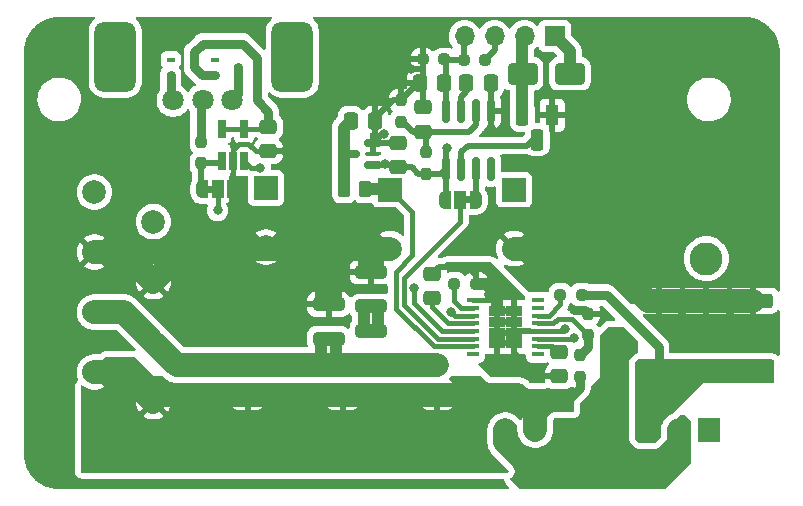
<source format=gbr>
%TF.GenerationSoftware,KiCad,Pcbnew,7.0.1-3b83917a11~172~ubuntu22.10.1*%
%TF.CreationDate,2023-09-25T18:41:39+02:00*%
%TF.ProjectId,led_boost_MIC3230,6c65645f-626f-46f7-9374-5f4d49433332,rev?*%
%TF.SameCoordinates,Original*%
%TF.FileFunction,Copper,L2,Bot*%
%TF.FilePolarity,Positive*%
%FSLAX46Y46*%
G04 Gerber Fmt 4.6, Leading zero omitted, Abs format (unit mm)*
G04 Created by KiCad (PCBNEW 7.0.1-3b83917a11~172~ubuntu22.10.1) date 2023-09-25 18:41:39*
%MOMM*%
%LPD*%
G01*
G04 APERTURE LIST*
G04 Aperture macros list*
%AMRoundRect*
0 Rectangle with rounded corners*
0 $1 Rounding radius*
0 $2 $3 $4 $5 $6 $7 $8 $9 X,Y pos of 4 corners*
0 Add a 4 corners polygon primitive as box body*
4,1,4,$2,$3,$4,$5,$6,$7,$8,$9,$2,$3,0*
0 Add four circle primitives for the rounded corners*
1,1,$1+$1,$2,$3*
1,1,$1+$1,$4,$5*
1,1,$1+$1,$6,$7*
1,1,$1+$1,$8,$9*
0 Add four rect primitives between the rounded corners*
20,1,$1+$1,$2,$3,$4,$5,0*
20,1,$1+$1,$4,$5,$6,$7,0*
20,1,$1+$1,$6,$7,$8,$9,0*
20,1,$1+$1,$8,$9,$2,$3,0*%
%AMFreePoly0*
4,1,19,0.550000,-0.750000,0.000000,-0.750000,0.000000,-0.744911,-0.071157,-0.744911,-0.207708,-0.704816,-0.327430,-0.627875,-0.420627,-0.520320,-0.479746,-0.390866,-0.500000,-0.250000,-0.500000,0.250000,-0.479746,0.390866,-0.420627,0.520320,-0.327430,0.627875,-0.207708,0.704816,-0.071157,0.744911,0.000000,0.744911,0.000000,0.750000,0.550000,0.750000,0.550000,-0.750000,0.550000,-0.750000,
$1*%
%AMFreePoly1*
4,1,19,0.000000,0.744911,0.071157,0.744911,0.207708,0.704816,0.327430,0.627875,0.420627,0.520320,0.479746,0.390866,0.500000,0.250000,0.500000,-0.250000,0.479746,-0.390866,0.420627,-0.520320,0.327430,-0.627875,0.207708,-0.704816,0.071157,-0.744911,0.000000,-0.744911,0.000000,-0.750000,-0.550000,-0.750000,-0.550000,0.750000,0.000000,0.750000,0.000000,0.744911,0.000000,0.744911,
$1*%
G04 Aperture macros list end*
%TA.AperFunction,ComponentPad*%
%ADD10R,1.600000X1.600000*%
%TD*%
%TA.AperFunction,ComponentPad*%
%ADD11C,1.600000*%
%TD*%
%TA.AperFunction,ComponentPad*%
%ADD12C,2.000000*%
%TD*%
%TA.AperFunction,ComponentPad*%
%ADD13R,1.905000X2.000000*%
%TD*%
%TA.AperFunction,ComponentPad*%
%ADD14O,1.905000X2.000000*%
%TD*%
%TA.AperFunction,ComponentPad*%
%ADD15R,2.000000X2.000000*%
%TD*%
%TA.AperFunction,ComponentPad*%
%ADD16C,2.800000*%
%TD*%
%TA.AperFunction,ComponentPad*%
%ADD17C,1.800000*%
%TD*%
%TA.AperFunction,ComponentPad*%
%ADD18RoundRect,0.875000X0.875000X-2.125000X0.875000X2.125000X-0.875000X2.125000X-0.875000X-2.125000X0*%
%TD*%
%TA.AperFunction,ComponentPad*%
%ADD19R,1.700000X1.700000*%
%TD*%
%TA.AperFunction,ComponentPad*%
%ADD20O,1.700000X1.700000*%
%TD*%
%TA.AperFunction,ComponentPad*%
%ADD21R,1.100000X1.800000*%
%TD*%
%TA.AperFunction,ComponentPad*%
%ADD22RoundRect,0.275000X0.275000X0.625000X-0.275000X0.625000X-0.275000X-0.625000X0.275000X-0.625000X0*%
%TD*%
%TA.AperFunction,SMDPad,CuDef*%
%ADD23RoundRect,0.250000X-1.425000X0.362500X-1.425000X-0.362500X1.425000X-0.362500X1.425000X0.362500X0*%
%TD*%
%TA.AperFunction,SMDPad,CuDef*%
%ADD24C,0.500000*%
%TD*%
%TA.AperFunction,SMDPad,CuDef*%
%ADD25RoundRect,0.237500X0.250000X0.237500X-0.250000X0.237500X-0.250000X-0.237500X0.250000X-0.237500X0*%
%TD*%
%TA.AperFunction,SMDPad,CuDef*%
%ADD26R,0.650000X1.560000*%
%TD*%
%TA.AperFunction,SMDPad,CuDef*%
%ADD27RoundRect,0.250000X-1.075000X0.312500X-1.075000X-0.312500X1.075000X-0.312500X1.075000X0.312500X0*%
%TD*%
%TA.AperFunction,SMDPad,CuDef*%
%ADD28RoundRect,0.237500X-0.237500X0.250000X-0.237500X-0.250000X0.237500X-0.250000X0.237500X0.250000X0*%
%TD*%
%TA.AperFunction,SMDPad,CuDef*%
%ADD29RoundRect,0.250000X1.000000X0.650000X-1.000000X0.650000X-1.000000X-0.650000X1.000000X-0.650000X0*%
%TD*%
%TA.AperFunction,SMDPad,CuDef*%
%ADD30RoundRect,0.237500X0.237500X-0.250000X0.237500X0.250000X-0.237500X0.250000X-0.237500X-0.250000X0*%
%TD*%
%TA.AperFunction,SMDPad,CuDef*%
%ADD31FreePoly0,0.000000*%
%TD*%
%TA.AperFunction,SMDPad,CuDef*%
%ADD32R,1.000000X1.500000*%
%TD*%
%TA.AperFunction,SMDPad,CuDef*%
%ADD33FreePoly1,0.000000*%
%TD*%
%TA.AperFunction,SMDPad,CuDef*%
%ADD34R,0.700000X0.450000*%
%TD*%
%TA.AperFunction,SMDPad,CuDef*%
%ADD35FreePoly0,180.000000*%
%TD*%
%TA.AperFunction,SMDPad,CuDef*%
%ADD36FreePoly1,180.000000*%
%TD*%
%TA.AperFunction,SMDPad,CuDef*%
%ADD37RoundRect,0.250000X0.475000X-0.337500X0.475000X0.337500X-0.475000X0.337500X-0.475000X-0.337500X0*%
%TD*%
%TA.AperFunction,SMDPad,CuDef*%
%ADD38RoundRect,0.250000X-0.475000X0.337500X-0.475000X-0.337500X0.475000X-0.337500X0.475000X0.337500X0*%
%TD*%
%TA.AperFunction,SMDPad,CuDef*%
%ADD39RoundRect,0.250000X0.337500X0.475000X-0.337500X0.475000X-0.337500X-0.475000X0.337500X-0.475000X0*%
%TD*%
%TA.AperFunction,SMDPad,CuDef*%
%ADD40RoundRect,0.150000X-0.150000X0.825000X-0.150000X-0.825000X0.150000X-0.825000X0.150000X0.825000X0*%
%TD*%
%TA.AperFunction,SMDPad,CuDef*%
%ADD41RoundRect,0.150000X0.587500X0.150000X-0.587500X0.150000X-0.587500X-0.150000X0.587500X-0.150000X0*%
%TD*%
%TA.AperFunction,SMDPad,CuDef*%
%ADD42RoundRect,0.250000X-0.337500X-0.475000X0.337500X-0.475000X0.337500X0.475000X-0.337500X0.475000X0*%
%TD*%
%TA.AperFunction,SMDPad,CuDef*%
%ADD43R,1.050000X0.450000*%
%TD*%
%TA.AperFunction,SMDPad,CuDef*%
%ADD44R,1.470000X0.895000*%
%TD*%
%TA.AperFunction,SMDPad,CuDef*%
%ADD45RoundRect,0.250000X0.262500X0.450000X-0.262500X0.450000X-0.262500X-0.450000X0.262500X-0.450000X0*%
%TD*%
%TA.AperFunction,SMDPad,CuDef*%
%ADD46RoundRect,0.237500X-0.250000X-0.237500X0.250000X-0.237500X0.250000X0.237500X-0.250000X0.237500X0*%
%TD*%
%TA.AperFunction,ViaPad*%
%ADD47C,0.800000*%
%TD*%
%TA.AperFunction,Conductor*%
%ADD48C,0.400000*%
%TD*%
%TA.AperFunction,Conductor*%
%ADD49C,1.000000*%
%TD*%
%TA.AperFunction,Conductor*%
%ADD50C,0.500000*%
%TD*%
%TA.AperFunction,Conductor*%
%ADD51C,0.800000*%
%TD*%
%TA.AperFunction,Conductor*%
%ADD52C,2.000000*%
%TD*%
%TA.AperFunction,Conductor*%
%ADD53C,1.500000*%
%TD*%
G04 APERTURE END LIST*
%TA.AperFunction,EtchedComponent*%
%TO.C,NT1*%
G36*
X89825000Y-79875000D02*
G01*
X88825000Y-79875000D01*
X88825000Y-79375000D01*
X89825000Y-79375000D01*
X89825000Y-79875000D01*
G37*
%TD.AperFunction*%
%TA.AperFunction,EtchedComponent*%
%TO.C,JP1*%
G36*
X63000000Y-67900000D02*
G01*
X62500000Y-67900000D01*
X62500000Y-67300000D01*
X63000000Y-67300000D01*
X63000000Y-67900000D01*
G37*
%TD.AperFunction*%
%TA.AperFunction,EtchedComponent*%
%TO.C,JP2*%
G36*
X84867500Y-68800000D02*
G01*
X84367500Y-68800000D01*
X84367500Y-68200000D01*
X84867500Y-68200000D01*
X84867500Y-68800000D01*
G37*
%TD.AperFunction*%
%TD*%
D10*
%TO.P,C8,1*%
%TO.N,/LED+*%
X74000000Y-85000000D03*
D11*
%TO.P,C8,2*%
%TO.N,/LED-*%
X74000000Y-82500000D03*
%TD*%
D12*
%TO.P,J1,1,Pin_1*%
%TO.N,VCC*%
X52973000Y-67840000D03*
X57973000Y-70340000D03*
%TO.P,J1,2,Pin_2*%
%TO.N,GND*%
X52973000Y-72920000D03*
X57973000Y-75420000D03*
%TO.P,J1,3,Pin_3*%
%TO.N,/LED-*%
X52973000Y-78000000D03*
X57973000Y-80500000D03*
%TO.P,J1,4,Pin_4*%
%TO.N,/LED+*%
X52973000Y-83080000D03*
X57973000Y-85580000D03*
%TD*%
D13*
%TO.P,Q1,1,G*%
%TO.N,/Gate*%
X105000000Y-88000000D03*
D14*
%TO.P,Q1,2,D*%
%TO.N,/Vsw*%
X102460000Y-88000000D03*
%TO.P,Q1,3,S*%
%TO.N,/Isns_MOS*%
X99920000Y-88000000D03*
%TD*%
D10*
%TO.P,C7,1*%
%TO.N,/LED+*%
X65950000Y-85000000D03*
D11*
%TO.P,C7,2*%
%TO.N,/LED-*%
X65950000Y-82500000D03*
%TD*%
D15*
%TO.P,C3,1*%
%TO.N,VCC*%
X78000000Y-67632323D03*
D12*
%TO.P,C3,2*%
%TO.N,GND*%
X78000000Y-72632323D03*
%TD*%
D16*
%TO.P,L1,1,1*%
%TO.N,VCC*%
X104783021Y-73466979D03*
%TO.P,L1,2,2*%
%TO.N,/Vsw*%
X97216979Y-81033021D03*
%TD*%
D17*
%TO.P,RV1,1,1*%
%TO.N,Net-(D3-K)*%
X64642024Y-60077500D03*
%TO.P,RV1,2,2*%
%TO.N,Net-(R15-Pad1)*%
X62142024Y-60077500D03*
%TO.P,RV1,3,3*%
%TO.N,Net-(D4-A)*%
X59642024Y-60077500D03*
D18*
%TO.P,RV1,MP*%
%TO.N,N/C*%
X69742024Y-56377500D03*
X54742024Y-56377500D03*
%TD*%
D19*
%TO.P,J2,1,Pin_1*%
%TO.N,VCC*%
X91945000Y-54637500D03*
D20*
%TO.P,J2,2,Pin_2*%
%TO.N,/FAN*%
X89405000Y-54637500D03*
%TO.P,J2,3,Pin_3*%
%TO.N,+5V*%
X86865000Y-54637500D03*
%TO.P,J2,4,Pin_4*%
%TO.N,/NTC*%
X84325000Y-54637500D03*
%TD*%
D15*
%TO.P,C4,1*%
%TO.N,VCC*%
X67500000Y-67500000D03*
D12*
%TO.P,C4,2*%
%TO.N,GND*%
X67500000Y-72500000D03*
%TD*%
D13*
%TO.P,D1,1,K*%
%TO.N,/Vsw*%
X92830000Y-88000000D03*
D14*
%TO.P,D1,2,A*%
%TO.N,/LED+*%
X90290000Y-88000000D03*
%TO.P,D1,3,K*%
%TO.N,/Vsw*%
X87750000Y-88000000D03*
%TD*%
D15*
%TO.P,C1,1*%
%TO.N,VCC*%
X88500000Y-67632323D03*
D12*
%TO.P,C1,2*%
%TO.N,GND*%
X88500000Y-72632323D03*
%TD*%
D10*
%TO.P,C9,1*%
%TO.N,/LED+*%
X82000000Y-85000000D03*
D11*
%TO.P,C9,2*%
%TO.N,/LED-*%
X82000000Y-82500000D03*
%TD*%
D21*
%TO.P,Q2,1,S*%
%TO.N,GND*%
X91732500Y-61330000D03*
D22*
%TO.P,Q2,2,G*%
%TO.N,Net-(Q2-G)*%
X90462500Y-63400000D03*
%TO.P,Q2,3,D*%
%TO.N,/FAN*%
X89192500Y-61330000D03*
%TD*%
D23*
%TO.P,R6,1*%
%TO.N,GND*%
X104750000Y-77037500D03*
%TO.P,R6,2*%
%TO.N,/Isns_MOS*%
X104750000Y-82962500D03*
%TD*%
D24*
%TO.P,NT1,1,1*%
%TO.N,GNDA*%
X88825000Y-79625000D03*
%TO.P,NT1,2,2*%
%TO.N,GND*%
X89825000Y-79625000D03*
%TD*%
D25*
%TO.P,R11,1*%
%TO.N,+5V*%
X86057500Y-56637500D03*
%TO.P,R11,2*%
%TO.N,/NTC*%
X84232500Y-56637500D03*
%TD*%
D26*
%TO.P,U3,1,Vs*%
%TO.N,+5V*%
X65642024Y-65177500D03*
%TO.P,U3,2,GND*%
%TO.N,GND*%
X64692024Y-65177500D03*
%TO.P,U3,3,OUT*%
%TO.N,Net-(JP1-A)*%
X63742024Y-65177500D03*
%TO.P,U3,4,TRG*%
%TO.N,Net-(D3-A)*%
X63742024Y-62477500D03*
%TO.P,U3,5,THR*%
X65642024Y-62477500D03*
%TD*%
D27*
%TO.P,R8,1*%
%TO.N,GND*%
X72800000Y-77337500D03*
%TO.P,R8,2*%
%TO.N,/LED-*%
X72800000Y-80262500D03*
%TD*%
D28*
%TO.P,R15,1*%
%TO.N,Net-(R15-Pad1)*%
X62000000Y-63587500D03*
%TO.P,R15,2*%
%TO.N,Net-(JP1-A)*%
X62000000Y-65412500D03*
%TD*%
D27*
%TO.P,R10,1*%
%TO.N,GND*%
X76400000Y-74600000D03*
%TO.P,R10,2*%
%TO.N,Net-(R10-Pad2)*%
X76400000Y-77525000D03*
%TD*%
D23*
%TO.P,R7,1*%
%TO.N,GND*%
X108750000Y-77037500D03*
%TO.P,R7,2*%
%TO.N,/Isns_MOS*%
X108750000Y-82962500D03*
%TD*%
D29*
%TO.P,D2,1,K*%
%TO.N,VCC*%
X93232500Y-57830000D03*
%TO.P,D2,2,A*%
%TO.N,/FAN*%
X89232500Y-57830000D03*
%TD*%
D30*
%TO.P,R13,1*%
%TO.N,+5V*%
X81062500Y-66312500D03*
%TO.P,R13,2*%
%TO.N,/Vas*%
X81062500Y-64487500D03*
%TD*%
D25*
%TO.P,R12,1*%
%TO.N,/NTC*%
X82587500Y-56600000D03*
%TO.P,R12,2*%
%TO.N,GND*%
X80762500Y-56600000D03*
%TD*%
D31*
%TO.P,JP1,1,A*%
%TO.N,Net-(JP1-A)*%
X62100000Y-67600000D03*
D32*
%TO.P,JP1,2,C*%
%TO.N,/DIM*%
X63400000Y-67600000D03*
D33*
%TO.P,JP1,3,B*%
%TO.N,GND*%
X64700000Y-67600000D03*
%TD*%
D34*
%TO.P,D3,1,A*%
%TO.N,Net-(D3-A)*%
X63142024Y-57927500D03*
%TO.P,D3,2,NC*%
%TO.N,unconnected-(D3-NC-Pad2)*%
X63142024Y-56627500D03*
%TO.P,D3,3,K*%
%TO.N,Net-(D3-K)*%
X65142024Y-57277500D03*
%TD*%
D35*
%TO.P,JP2,1,A*%
%TO.N,/~{Fan_fault}*%
X85267500Y-68500000D03*
D32*
%TO.P,JP2,2,C*%
%TO.N,/EN*%
X83967500Y-68500000D03*
D36*
%TO.P,JP2,3,B*%
%TO.N,+5V*%
X82667500Y-68500000D03*
%TD*%
D34*
%TO.P,D4,1,A*%
%TO.N,Net-(D4-A)*%
X59442024Y-57927500D03*
%TO.P,D4,2,NC*%
%TO.N,unconnected-(D4-NC-Pad2)*%
X59442024Y-56627500D03*
%TO.P,D4,3,K*%
%TO.N,Net-(D3-A)*%
X61442024Y-57277500D03*
%TD*%
D28*
%TO.P,R3,1*%
%TO.N,/OVP*%
X94084285Y-81632440D03*
%TO.P,R3,2*%
%TO.N,/LED+*%
X94084285Y-83457440D03*
%TD*%
D37*
%TO.P,C14,1*%
%TO.N,+5V*%
X78700000Y-65737500D03*
%TO.P,C14,2*%
%TO.N,GND*%
X78700000Y-63662500D03*
%TD*%
D30*
%TO.P,R14,1*%
%TO.N,/Vas*%
X78900000Y-61912500D03*
%TO.P,R14,2*%
%TO.N,GND*%
X78900000Y-60087500D03*
%TD*%
D28*
%TO.P,R4,1*%
%TO.N,GND*%
X94800000Y-78132440D03*
%TO.P,R4,2*%
%TO.N,/OVP*%
X94800000Y-79957440D03*
%TD*%
D38*
%TO.P,C12,1*%
%TO.N,Net-(D3-A)*%
X67700000Y-62320000D03*
%TO.P,C12,2*%
%TO.N,GND*%
X67700000Y-64395000D03*
%TD*%
D39*
%TO.P,C10,1*%
%TO.N,/NTC*%
X82587500Y-58600000D03*
%TO.P,C10,2*%
%TO.N,GND*%
X80512500Y-58600000D03*
%TD*%
D40*
%TO.P,U2,1,Vin*%
%TO.N,/NTC*%
X82762500Y-60950000D03*
%TO.P,U2,2,Cf*%
%TO.N,Net-(U2-Cf)*%
X84032500Y-60950000D03*
%TO.P,U2,3,Vas*%
%TO.N,/Vas*%
X85302500Y-60950000D03*
%TO.P,U2,4,GND*%
%TO.N,GND*%
X86572500Y-60950000D03*
%TO.P,U2,5,NC*%
%TO.N,unconnected-(U2-NC-Pad5)*%
X86572500Y-65900000D03*
%TO.P,U2,6,OTF*%
%TO.N,/~{Fan_fault}*%
X85302500Y-65900000D03*
%TO.P,U2,7,Vout*%
%TO.N,Net-(Q2-G)*%
X84032500Y-65900000D03*
%TO.P,U2,8,VDD*%
%TO.N,+5V*%
X82762500Y-65900000D03*
%TD*%
D41*
%TO.P,U4,1,GND*%
%TO.N,GND*%
X76537500Y-63650000D03*
%TO.P,U4,2,VO*%
%TO.N,+5V*%
X76537500Y-65550000D03*
%TO.P,U4,3,VI*%
%TO.N,/VCC_filt*%
X74662500Y-64600000D03*
%TD*%
D42*
%TO.P,C15,1*%
%TO.N,/VCC_filt*%
X74662500Y-61800000D03*
%TO.P,C15,2*%
%TO.N,GND*%
X76737500Y-61800000D03*
%TD*%
D43*
%TO.P,U1,1,NC*%
%TO.N,unconnected-(U1-NC-Pad1)*%
X84990595Y-81564940D03*
%TO.P,U1,2,VIN*%
%TO.N,VCC*%
X84990595Y-80914940D03*
%TO.P,U1,3,EN*%
%TO.N,/EN*%
X84990595Y-80264940D03*
%TO.P,U1,4,PWMD*%
%TO.N,/DIM*%
X84990595Y-79614940D03*
%TO.P,U1,5,COMP*%
%TO.N,/COMP*%
X84990595Y-78964940D03*
%TO.P,U1,6,IADJ*%
%TO.N,/LED-*%
X84990595Y-78314940D03*
%TO.P,U1,7,FS*%
%TO.N,/FS*%
X84990595Y-77664940D03*
%TO.P,U1,8,AGND*%
%TO.N,GNDA*%
X84990595Y-77014940D03*
%TO.P,U1,9,NC*%
%TO.N,unconnected-(U1-NC-Pad9)*%
X90540595Y-77014940D03*
%TO.P,U1,10,SYNC/NC*%
%TO.N,unconnected-(U1-SYNC{slash}NC-Pad10)*%
X90540595Y-77664940D03*
%TO.P,U1,11,IS*%
%TO.N,Net-(U1-IS)*%
X90540595Y-78314940D03*
%TO.P,U1,12,OVP*%
%TO.N,/OVP*%
X90540595Y-78964940D03*
%TO.P,U1,13,PGND*%
%TO.N,GND*%
X90540595Y-79614940D03*
%TO.P,U1,14,DRV*%
%TO.N,/Gate*%
X90540595Y-80264940D03*
%TO.P,U1,15,VDD*%
%TO.N,/VDD*%
X90540595Y-80914940D03*
%TO.P,U1,16,NC*%
%TO.N,unconnected-(U1-NC-Pad16)*%
X90540595Y-81564940D03*
D44*
%TO.P,U1,17,EPAD*%
%TO.N,GNDA*%
X87030595Y-77947440D03*
X87030595Y-78842440D03*
X87030595Y-79737440D03*
X87030595Y-80632440D03*
X88500595Y-77947440D03*
X88500595Y-78842440D03*
X88500595Y-79737440D03*
X88500595Y-80632440D03*
%TD*%
D45*
%TO.P,R16,1*%
%TO.N,VCC*%
X75912500Y-67600000D03*
%TO.P,R16,2*%
%TO.N,/VCC_filt*%
X74087500Y-67600000D03*
%TD*%
D46*
%TO.P,R2,1*%
%TO.N,Net-(U1-IS)*%
X92421785Y-76544940D03*
%TO.P,R2,2*%
%TO.N,/Isns_MOS*%
X94246785Y-76544940D03*
%TD*%
D23*
%TO.P,R5,1*%
%TO.N,GND*%
X100750000Y-77037500D03*
%TO.P,R5,2*%
%TO.N,/Isns_MOS*%
X100750000Y-82962500D03*
%TD*%
D46*
%TO.P,R1,1*%
%TO.N,/FS*%
X83453095Y-75589940D03*
%TO.P,R1,2*%
%TO.N,GNDA*%
X85278095Y-75589940D03*
%TD*%
D27*
%TO.P,R9,1*%
%TO.N,Net-(R10-Pad2)*%
X76400000Y-79600000D03*
%TO.P,R9,2*%
%TO.N,/LED-*%
X76400000Y-82525000D03*
%TD*%
D42*
%TO.P,C11,1*%
%TO.N,Net-(U2-Cf)*%
X84462500Y-58600000D03*
%TO.P,C11,2*%
%TO.N,GND*%
X86537500Y-58600000D03*
%TD*%
D37*
%TO.P,C13,1*%
%TO.N,/Vas*%
X80762500Y-62737500D03*
%TO.P,C13,2*%
%TO.N,GND*%
X80762500Y-60662500D03*
%TD*%
D38*
%TO.P,C5,1*%
%TO.N,/VDD*%
X92334285Y-81362500D03*
%TO.P,C5,2*%
%TO.N,GNDA*%
X92334285Y-83437500D03*
%TD*%
D37*
%TO.P,C2,1*%
%TO.N,/COMP*%
X81565595Y-76827440D03*
%TO.P,C2,2*%
%TO.N,GNDA*%
X81565595Y-74752440D03*
%TD*%
D47*
%TO.N,GND*%
X93600000Y-77800000D03*
X92800000Y-79400000D03*
X69100000Y-64400000D03*
X77500000Y-62900000D03*
X86532500Y-62430000D03*
X79762500Y-57400000D03*
%TO.N,/LED-*%
X83165595Y-77989940D03*
%TO.N,/Gate*%
X93600000Y-80200000D03*
%TO.N,/DIM*%
X63400000Y-69400000D03*
X80000000Y-76000000D03*
%TO.N,+5V*%
X82817500Y-64085000D03*
X67000000Y-65800000D03*
X77600000Y-65500000D03*
%TD*%
D48*
%TO.N,VCC*%
X79900000Y-73200000D02*
X79900000Y-69532323D01*
X78500000Y-74600000D02*
X79900000Y-73200000D01*
D49*
X75912500Y-67600000D02*
X77967677Y-67600000D01*
D48*
X79900000Y-69532323D02*
X78000000Y-67632323D01*
D49*
X93232500Y-57830000D02*
X93232500Y-55925000D01*
D48*
X84990595Y-80914940D02*
X81714940Y-80914940D01*
X78500000Y-77700000D02*
X78500000Y-74600000D01*
X81714940Y-80914940D02*
X78500000Y-77700000D01*
D49*
X77967677Y-67600000D02*
X78000000Y-67632323D01*
X93232500Y-55925000D02*
X91945000Y-54637500D01*
%TO.N,GND*%
X73400000Y-77352588D02*
X73400000Y-72647411D01*
D50*
X80512500Y-58600000D02*
X80387500Y-58600000D01*
D49*
X75800000Y-74000000D02*
X75800000Y-72632323D01*
D50*
X80387500Y-58600000D02*
X78900000Y-60087500D01*
D51*
X94467560Y-77800000D02*
X94800000Y-78132440D01*
D48*
X64692024Y-67592024D02*
X64700000Y-67600000D01*
X64700000Y-67600000D02*
X64700000Y-69700000D01*
D52*
X60760677Y-72632323D02*
X57973000Y-75420000D01*
D50*
X76537500Y-63650000D02*
X78687500Y-63650000D01*
D52*
X52973000Y-72920000D02*
X55473000Y-72920000D01*
D50*
X86572500Y-58635000D02*
X86537500Y-58600000D01*
X86572500Y-60950000D02*
X86572500Y-58635000D01*
D48*
X92585060Y-79614940D02*
X92800000Y-79400000D01*
D52*
X73400000Y-72647411D02*
X73415088Y-72632323D01*
X100750000Y-77037500D02*
X99837500Y-77037500D01*
D48*
X64692024Y-65177500D02*
X64692024Y-67592024D01*
D49*
X76400000Y-74600000D02*
X77000000Y-74000000D01*
D50*
X79762500Y-57400000D02*
X80762500Y-57400000D01*
D48*
X66637500Y-64395000D02*
X67700000Y-64395000D01*
X69100000Y-64400000D02*
X67705000Y-64400000D01*
X89835060Y-79614940D02*
X89825000Y-79625000D01*
D52*
X99837500Y-77037500D02*
X95432323Y-72632323D01*
D50*
X78687500Y-63650000D02*
X78700000Y-63662500D01*
D48*
X67705000Y-64400000D02*
X67700000Y-64395000D01*
D49*
X77000000Y-74000000D02*
X77000000Y-72632323D01*
D50*
X80762500Y-57400000D02*
X80762500Y-56600000D01*
X76737500Y-61800000D02*
X76737500Y-63450000D01*
D51*
X93600000Y-77800000D02*
X94467560Y-77800000D01*
D48*
X90540595Y-79614940D02*
X92585060Y-79614940D01*
D50*
X77287500Y-62900000D02*
X76537500Y-63650000D01*
D52*
X73415088Y-72632323D02*
X78000000Y-72632323D01*
X55473000Y-72920000D02*
X57973000Y-75420000D01*
X108750000Y-77037500D02*
X100750000Y-77037500D01*
D50*
X78900000Y-60087500D02*
X78212500Y-60087500D01*
D48*
X64692024Y-64265476D02*
X65200000Y-63757500D01*
D52*
X72800000Y-72632323D02*
X60760677Y-72632323D01*
D50*
X76737500Y-63450000D02*
X76537500Y-63650000D01*
D52*
X95432323Y-72632323D02*
X88500000Y-72632323D01*
D50*
X76737500Y-61562500D02*
X76737500Y-61800000D01*
D49*
X76400000Y-74600000D02*
X75800000Y-74000000D01*
D48*
X64700000Y-69700000D02*
X67500000Y-72500000D01*
D49*
X72200000Y-77352588D02*
X72200000Y-72647411D01*
D50*
X77500000Y-62900000D02*
X77287500Y-62900000D01*
X80762500Y-60662500D02*
X80762500Y-57400000D01*
D48*
X65200000Y-63757500D02*
X66000000Y-63757500D01*
X90540595Y-79614940D02*
X89835060Y-79614940D01*
X66000000Y-63757500D02*
X66637500Y-64395000D01*
X64692024Y-65177500D02*
X64692024Y-64265476D01*
D50*
X78212500Y-60087500D02*
X76737500Y-61562500D01*
D48*
%TO.N,/COMP*%
X82940595Y-78964940D02*
X81565595Y-77589940D01*
X81565595Y-77589940D02*
X81565595Y-76827440D01*
X84990595Y-78964940D02*
X82940595Y-78964940D01*
%TO.N,GNDA*%
X87005595Y-77014940D02*
X87030595Y-76989940D01*
D49*
X87030595Y-76454940D02*
X87030595Y-76989940D01*
D50*
X92334285Y-83437500D02*
X90437500Y-83437500D01*
D48*
X84990595Y-77014940D02*
X87005595Y-77014940D01*
D50*
X90437500Y-83437500D02*
X88500595Y-81500595D01*
D49*
X85278095Y-75589940D02*
X86165595Y-75589940D01*
D50*
X84565595Y-74189940D02*
X85278095Y-74902440D01*
X82165595Y-74189940D02*
X84565595Y-74189940D01*
X88500595Y-81500595D02*
X88500595Y-80632440D01*
D49*
X86165595Y-75589940D02*
X87030595Y-76454940D01*
D50*
X85278095Y-74902440D02*
X85278095Y-75589940D01*
D49*
X87030595Y-76989940D02*
X87030595Y-77947440D01*
D50*
X81603095Y-74752440D02*
X82165595Y-74189940D01*
D48*
%TO.N,/VDD*%
X90540595Y-80914940D02*
X91741785Y-80914940D01*
X91741785Y-80914940D02*
X92334285Y-81507440D01*
D52*
%TO.N,/LED+*%
X88750000Y-85000000D02*
X90290000Y-86540000D01*
D51*
X92750000Y-85750000D02*
X91080000Y-85750000D01*
D52*
X82000000Y-85000000D02*
X57393000Y-85000000D01*
X55473000Y-83080000D02*
X57196500Y-84803500D01*
X57393000Y-85000000D02*
X57196500Y-84803500D01*
D51*
X91080000Y-85750000D02*
X90290000Y-86540000D01*
D52*
X82000000Y-85000000D02*
X88750000Y-85000000D01*
D51*
X94084285Y-84415715D02*
X92750000Y-85750000D01*
X94084285Y-83457440D02*
X94084285Y-84415715D01*
D52*
X90290000Y-86540000D02*
X90290000Y-88000000D01*
X52973000Y-83080000D02*
X55473000Y-83080000D01*
X57196500Y-84803500D02*
X57973000Y-85580000D01*
%TO.N,/LED-*%
X82000000Y-82500000D02*
X59973000Y-82500000D01*
D49*
X73400000Y-82437500D02*
X73400000Y-80362500D01*
D52*
X52973000Y-78000000D02*
X55473000Y-78000000D01*
D49*
X72200000Y-82437500D02*
X72200000Y-80362500D01*
D48*
X83490595Y-78314940D02*
X84990595Y-78314940D01*
D52*
X59973000Y-82500000D02*
X57973000Y-80500000D01*
X55473000Y-78000000D02*
X57973000Y-80500000D01*
D48*
X83165595Y-77989940D02*
X83490595Y-78314940D01*
D52*
%TO.N,/Vsw*%
X97016979Y-88000000D02*
X97216979Y-88200000D01*
X89333021Y-90583021D02*
X87750000Y-89000000D01*
X97216979Y-81033021D02*
X97216979Y-88200000D01*
X102460000Y-89140000D02*
X102460000Y-88000000D01*
X97216979Y-88200000D02*
X97216979Y-90583021D01*
X87750000Y-89000000D02*
X87750000Y-88000000D01*
X101016979Y-90583021D02*
X102460000Y-89140000D01*
X97216979Y-90583021D02*
X89333021Y-90583021D01*
X97016979Y-88000000D02*
X92830000Y-88000000D01*
X97216979Y-90583021D02*
X101016979Y-90583021D01*
D48*
%TO.N,/Gate*%
X90540595Y-80264940D02*
X93535060Y-80264940D01*
X93535060Y-80264940D02*
X93600000Y-80200000D01*
D51*
%TO.N,/Isns_MOS*%
X96344940Y-76544940D02*
X94246785Y-76544940D01*
X100750000Y-82962500D02*
X100750000Y-80950000D01*
D53*
X108750000Y-82962500D02*
X100750000Y-82962500D01*
X99920000Y-83792500D02*
X100750000Y-82962500D01*
X99920000Y-88000000D02*
X99920000Y-83792500D01*
D51*
X100750000Y-80950000D02*
X96344940Y-76544940D01*
D48*
%TO.N,/FS*%
X84990595Y-77664940D02*
X84040595Y-77664940D01*
X83453095Y-77077440D02*
X83453095Y-75589940D01*
X84040595Y-77664940D02*
X83453095Y-77077440D01*
%TO.N,Net-(U1-IS)*%
X91465595Y-78314940D02*
X92421785Y-77358750D01*
X92421785Y-77358750D02*
X92421785Y-76544940D01*
X90540595Y-78314940D02*
X91465595Y-78314940D01*
%TO.N,/OVP*%
X91835060Y-78964940D02*
X90540595Y-78964940D01*
X93400000Y-78600000D02*
X92200000Y-78600000D01*
X94757440Y-79957440D02*
X93400000Y-78600000D01*
D51*
X94800000Y-80916725D02*
X94084285Y-81632440D01*
D48*
X94800000Y-79957440D02*
X94757440Y-79957440D01*
D51*
X94800000Y-79957440D02*
X94800000Y-80916725D01*
D48*
X92200000Y-78600000D02*
X91835060Y-78964940D01*
D49*
%TO.N,Net-(R10-Pad2)*%
X75800000Y-79600000D02*
X75800000Y-77525000D01*
X77000000Y-79600000D02*
X77000000Y-77525000D01*
D48*
%TO.N,/EN*%
X82064940Y-80264940D02*
X79200000Y-77400000D01*
X79200000Y-75100000D02*
X83967500Y-70332500D01*
X83967500Y-70332500D02*
X83967500Y-68500000D01*
X84990595Y-80264940D02*
X82064940Y-80264940D01*
X79200000Y-77400000D02*
X79200000Y-75100000D01*
%TO.N,/DIM*%
X80000000Y-77250000D02*
X80000000Y-76000000D01*
X84990595Y-79614940D02*
X82364940Y-79614940D01*
X82364940Y-79614940D02*
X80000000Y-77250000D01*
X63400000Y-67600000D02*
X63400000Y-69400000D01*
D49*
%TO.N,/FAN*%
X89192500Y-61730000D02*
X89192500Y-54850000D01*
X89192500Y-54850000D02*
X89405000Y-54637500D01*
D50*
%TO.N,/NTC*%
X84232500Y-54730000D02*
X84325000Y-54637500D01*
X82625000Y-56637500D02*
X82587500Y-56600000D01*
X82762500Y-60950000D02*
X82762500Y-56775000D01*
X82762500Y-56775000D02*
X82587500Y-56600000D01*
X84232500Y-56637500D02*
X82625000Y-56637500D01*
X84232500Y-56637500D02*
X84232500Y-54730000D01*
%TO.N,Net-(U2-Cf)*%
X84032500Y-59830000D02*
X84462500Y-59400000D01*
X84032500Y-60950000D02*
X84032500Y-59830000D01*
X84462500Y-59400000D02*
X84462500Y-58600000D01*
D51*
%TO.N,Net-(D3-A)*%
X65542024Y-55277500D02*
X62142024Y-55277500D01*
D48*
X67542500Y-62477500D02*
X67700000Y-62320000D01*
D51*
X61442024Y-55977500D02*
X62142024Y-55277500D01*
D48*
X63742024Y-62477500D02*
X67542500Y-62477500D01*
D51*
X67700000Y-61035476D02*
X66742024Y-60077500D01*
X67700000Y-62320000D02*
X67700000Y-61035476D01*
X63142024Y-57927500D02*
X62092024Y-57927500D01*
X62092024Y-57927500D02*
X61442024Y-57277500D01*
X61442024Y-57277500D02*
X61442024Y-55977500D01*
X66742024Y-56477500D02*
X65542024Y-55277500D01*
X66742024Y-60077500D02*
X66742024Y-56477500D01*
D50*
%TO.N,/Vas*%
X79112500Y-61912500D02*
X79937500Y-62737500D01*
X84725000Y-62737500D02*
X80762500Y-62737500D01*
X78900000Y-61912500D02*
X79112500Y-61912500D01*
X85302500Y-62160000D02*
X84725000Y-62737500D01*
X85302500Y-60950000D02*
X85302500Y-62160000D01*
X79937500Y-62737500D02*
X80762500Y-62737500D01*
X81062500Y-64487500D02*
X81062500Y-63037500D01*
%TO.N,+5V*%
X77650000Y-65550000D02*
X78512500Y-65550000D01*
X82762500Y-68405000D02*
X82667500Y-68500000D01*
X80412500Y-66312500D02*
X79837500Y-65737500D01*
X86865000Y-54637500D02*
X86865000Y-55830000D01*
X76537500Y-65550000D02*
X77550000Y-65550000D01*
X81062500Y-66312500D02*
X80412500Y-66312500D01*
X82762500Y-65900000D02*
X82762500Y-68405000D01*
D48*
X67000000Y-65800000D02*
X66264524Y-65800000D01*
D50*
X78512500Y-65550000D02*
X78700000Y-65737500D01*
D48*
X66264524Y-65800000D02*
X65642024Y-65177500D01*
D50*
X82762500Y-65900000D02*
X82762500Y-64140000D01*
X81062500Y-66312500D02*
X82350000Y-66312500D01*
X79837500Y-65737500D02*
X78700000Y-65737500D01*
X77600000Y-65500000D02*
X77650000Y-65550000D01*
X77550000Y-65550000D02*
X77600000Y-65500000D01*
X86865000Y-55830000D02*
X86057500Y-56637500D01*
X82350000Y-66312500D02*
X82762500Y-65900000D01*
D49*
%TO.N,/VCC_filt*%
X74087500Y-67600000D02*
X74087500Y-62375000D01*
X74087500Y-62375000D02*
X74662500Y-61800000D01*
D51*
%TO.N,Net-(D3-K)*%
X65142024Y-57277500D02*
X65142024Y-59577500D01*
X65142024Y-59577500D02*
X64642024Y-60077500D01*
%TO.N,Net-(D4-A)*%
X59442024Y-57927500D02*
X59442024Y-59877500D01*
X59442024Y-59877500D02*
X59642024Y-60077500D01*
D50*
%TO.N,Net-(JP1-A)*%
X62000000Y-65412500D02*
X63507024Y-65412500D01*
D48*
X62012500Y-67512500D02*
X62100000Y-67600000D01*
D50*
X62000000Y-67500000D02*
X62100000Y-67600000D01*
X62000000Y-65412500D02*
X62000000Y-67500000D01*
X63507024Y-65412500D02*
X63742024Y-65177500D01*
%TO.N,/~{Fan_fault}*%
X85302500Y-68465000D02*
X85267500Y-68500000D01*
X85302500Y-65900000D02*
X85302500Y-68465000D01*
%TO.N,Net-(Q2-G)*%
X84562500Y-63900000D02*
X89562500Y-63900000D01*
X89562500Y-63900000D02*
X90462500Y-63000000D01*
X84032500Y-64430000D02*
X84562500Y-63900000D01*
X84032500Y-65900000D02*
X84032500Y-64430000D01*
D51*
%TO.N,Net-(R15-Pad1)*%
X62000000Y-63587500D02*
X62000000Y-60219524D01*
X62000000Y-60219524D02*
X62142024Y-60077500D01*
%TD*%
%TA.AperFunction,Conductor*%
%TO.N,GND*%
G36*
X52936789Y-53014987D02*
G01*
X52981361Y-53055063D01*
X53001928Y-53111364D01*
X52993684Y-53170734D01*
X52958555Y-53219301D01*
X52890884Y-53276355D01*
X52739954Y-53455368D01*
X52621451Y-53657307D01*
X52538778Y-53876377D01*
X52494318Y-54106261D01*
X52491524Y-54158869D01*
X52491524Y-58596131D01*
X52494318Y-58648738D01*
X52538778Y-58878622D01*
X52538779Y-58878626D01*
X52621450Y-59097690D01*
X52621451Y-59097692D01*
X52637481Y-59125008D01*
X52739954Y-59299632D01*
X52890882Y-59478642D01*
X53069892Y-59629570D01*
X53271834Y-59748074D01*
X53490898Y-59830745D01*
X53720783Y-59875205D01*
X53730350Y-59875713D01*
X53773393Y-59878000D01*
X53773402Y-59878000D01*
X55710646Y-59878000D01*
X55710655Y-59878000D01*
X55750110Y-59875903D01*
X55763265Y-59875205D01*
X55993150Y-59830745D01*
X56212214Y-59748074D01*
X56414156Y-59629570D01*
X56593166Y-59478642D01*
X56744094Y-59299632D01*
X56862598Y-59097690D01*
X56945269Y-58878626D01*
X56989729Y-58648741D01*
X56991764Y-58610428D01*
X56992524Y-58596131D01*
X56992524Y-54158869D01*
X56989729Y-54106261D01*
X56989729Y-54106259D01*
X56945269Y-53876374D01*
X56862598Y-53657310D01*
X56744094Y-53455368D01*
X56593166Y-53276358D01*
X56593164Y-53276356D01*
X56593163Y-53276355D01*
X56525493Y-53219301D01*
X56490364Y-53170734D01*
X56482120Y-53111364D01*
X56502687Y-53055063D01*
X56547259Y-53014987D01*
X56605422Y-53000500D01*
X67878626Y-53000500D01*
X67936789Y-53014987D01*
X67981361Y-53055063D01*
X68001928Y-53111364D01*
X67993684Y-53170734D01*
X67958555Y-53219301D01*
X67890884Y-53276355D01*
X67739954Y-53455368D01*
X67621451Y-53657307D01*
X67538778Y-53876377D01*
X67494318Y-54106261D01*
X67491524Y-54158869D01*
X67491524Y-55654139D01*
X67478009Y-55710434D01*
X67440409Y-55754457D01*
X67386922Y-55776612D01*
X67329206Y-55772070D01*
X67279843Y-55741820D01*
X66235788Y-54697765D01*
X66223149Y-54682967D01*
X66214912Y-54671629D01*
X66164506Y-54626243D01*
X66159797Y-54621774D01*
X66145406Y-54607383D01*
X66129580Y-54594566D01*
X66124650Y-54590355D01*
X66074239Y-54544966D01*
X66062100Y-54537958D01*
X66046067Y-54526939D01*
X66035173Y-54518117D01*
X66035171Y-54518116D01*
X66035170Y-54518115D01*
X65974737Y-54487323D01*
X65969032Y-54484225D01*
X65910307Y-54450320D01*
X65896977Y-54445989D01*
X65878998Y-54438542D01*
X65866511Y-54432179D01*
X65801000Y-54414625D01*
X65794778Y-54412782D01*
X65730278Y-54391825D01*
X65716339Y-54390360D01*
X65697211Y-54386815D01*
X65683669Y-54383186D01*
X65615933Y-54379636D01*
X65609469Y-54379127D01*
X65589222Y-54377000D01*
X65589216Y-54377000D01*
X65568850Y-54377000D01*
X65562361Y-54376830D01*
X65557399Y-54376569D01*
X65494636Y-54373281D01*
X65494635Y-54373281D01*
X65487100Y-54374474D01*
X65480795Y-54375473D01*
X65461398Y-54377000D01*
X62222650Y-54377000D01*
X62203252Y-54375473D01*
X62189412Y-54373281D01*
X62121694Y-54376830D01*
X62115204Y-54377000D01*
X62094827Y-54377000D01*
X62074570Y-54379128D01*
X62068107Y-54379637D01*
X62000375Y-54383187D01*
X61986833Y-54386816D01*
X61967709Y-54390360D01*
X61953768Y-54391825D01*
X61889269Y-54412782D01*
X61883047Y-54414626D01*
X61817534Y-54432180D01*
X61805045Y-54438544D01*
X61787076Y-54445987D01*
X61773741Y-54450320D01*
X61715020Y-54484222D01*
X61709319Y-54487318D01*
X61648869Y-54518119D01*
X61637974Y-54526942D01*
X61621946Y-54537958D01*
X61609808Y-54544966D01*
X61559400Y-54590352D01*
X61554475Y-54594558D01*
X61538650Y-54607374D01*
X61524236Y-54621788D01*
X61519532Y-54626251D01*
X61469134Y-54671630D01*
X61460893Y-54682972D01*
X61448259Y-54697764D01*
X60862288Y-55283735D01*
X60847496Y-55296369D01*
X60836154Y-55304610D01*
X60790775Y-55355008D01*
X60786312Y-55359712D01*
X60771898Y-55374126D01*
X60759082Y-55389951D01*
X60754876Y-55394876D01*
X60709490Y-55445284D01*
X60702482Y-55457422D01*
X60691466Y-55473450D01*
X60682643Y-55484345D01*
X60651842Y-55544795D01*
X60648746Y-55550496D01*
X60614846Y-55609213D01*
X60610512Y-55622552D01*
X60603068Y-55640519D01*
X60600035Y-55646474D01*
X60596704Y-55653012D01*
X60579150Y-55718517D01*
X60577308Y-55724734D01*
X60556349Y-55789243D01*
X60554884Y-55803186D01*
X60551339Y-55822314D01*
X60547710Y-55835855D01*
X60544160Y-55903591D01*
X60543651Y-55910054D01*
X60541524Y-55930302D01*
X60541524Y-55950674D01*
X60541354Y-55957163D01*
X60537805Y-56024888D01*
X60539997Y-56038727D01*
X60541524Y-56058126D01*
X60541524Y-57196874D01*
X60539997Y-57216273D01*
X60537805Y-57230111D01*
X60541354Y-57297837D01*
X60541524Y-57304326D01*
X60541524Y-57324698D01*
X60543651Y-57344945D01*
X60544160Y-57351409D01*
X60547710Y-57419145D01*
X60551339Y-57432687D01*
X60554884Y-57451815D01*
X60556349Y-57465754D01*
X60577306Y-57530254D01*
X60579143Y-57536453D01*
X60594834Y-57595009D01*
X60597322Y-57608345D01*
X60597933Y-57609983D01*
X60648228Y-57744831D01*
X60734478Y-57860046D01*
X60787134Y-57899464D01*
X60804969Y-57915756D01*
X60836153Y-57950388D01*
X60847500Y-57958632D01*
X60862288Y-57971263D01*
X61398260Y-58507236D01*
X61410893Y-58522026D01*
X61419136Y-58533371D01*
X61436394Y-58548910D01*
X61469531Y-58578747D01*
X61474239Y-58583215D01*
X61488644Y-58597620D01*
X61504461Y-58610428D01*
X61509398Y-58614644D01*
X61526423Y-58629973D01*
X61559519Y-58678484D01*
X61566583Y-58736782D01*
X61546030Y-58791793D01*
X61502471Y-58831178D01*
X61373399Y-58901029D01*
X61190239Y-59043587D01*
X61033044Y-59214347D01*
X60995831Y-59271306D01*
X60951039Y-59312538D01*
X60892022Y-59327483D01*
X60833004Y-59312537D01*
X60788216Y-59271305D01*
X60751003Y-59214347D01*
X60593808Y-59043587D01*
X60410650Y-58901030D01*
X60407502Y-58899326D01*
X60403387Y-58895378D01*
X60402542Y-58894720D01*
X60402610Y-58894632D01*
X60360000Y-58853746D01*
X60342524Y-58790274D01*
X60342524Y-57880311D01*
X60340394Y-57860045D01*
X60327698Y-57739244D01*
X60292703Y-57631542D01*
X60287348Y-57606491D01*
X60286115Y-57595017D01*
X60235820Y-57460169D01*
X60154702Y-57351810D01*
X60132804Y-57303858D01*
X60132804Y-57251142D01*
X60154703Y-57203189D01*
X60235820Y-57094831D01*
X60286115Y-56959983D01*
X60292524Y-56900373D01*
X60292523Y-56354628D01*
X60286115Y-56295017D01*
X60235820Y-56160169D01*
X60149570Y-56044954D01*
X60034355Y-55958704D01*
X59899507Y-55908409D01*
X59839897Y-55902000D01*
X59839893Y-55902000D01*
X59044154Y-55902000D01*
X58984539Y-55908409D01*
X58849693Y-55958704D01*
X58734478Y-56044954D01*
X58648228Y-56160168D01*
X58597933Y-56295015D01*
X58597933Y-56295017D01*
X58592022Y-56350000D01*
X58591524Y-56354630D01*
X58591524Y-56900369D01*
X58597933Y-56959984D01*
X58622277Y-57025253D01*
X58648228Y-57094831D01*
X58729345Y-57203189D01*
X58751244Y-57251142D01*
X58751244Y-57303858D01*
X58729345Y-57351811D01*
X58648228Y-57460169D01*
X58597932Y-57595018D01*
X58596699Y-57606492D01*
X58591341Y-57631550D01*
X58556350Y-57739240D01*
X58549369Y-57805666D01*
X58546512Y-57832854D01*
X58541524Y-57880311D01*
X58541524Y-59164454D01*
X58536369Y-59199836D01*
X58521336Y-59232267D01*
X58415454Y-59394334D01*
X58406099Y-59408653D01*
X58312868Y-59621196D01*
X58255889Y-59846200D01*
X58236723Y-60077499D01*
X58255889Y-60308799D01*
X58255889Y-60308801D01*
X58255890Y-60308805D01*
X58305133Y-60503260D01*
X58312868Y-60533803D01*
X58406099Y-60746347D01*
X58406100Y-60746349D01*
X58533045Y-60940653D01*
X58690240Y-61111413D01*
X58873398Y-61253970D01*
X59077521Y-61364436D01*
X59151369Y-61389788D01*
X59297039Y-61439797D01*
X59297041Y-61439797D01*
X59297043Y-61439798D01*
X59525975Y-61478000D01*
X59758072Y-61478000D01*
X59758073Y-61478000D01*
X59987005Y-61439798D01*
X60206527Y-61364436D01*
X60410650Y-61253970D01*
X60593808Y-61111413D01*
X60751003Y-60940653D01*
X60788216Y-60883693D01*
X60833006Y-60842461D01*
X60892024Y-60827516D01*
X60951042Y-60842461D01*
X60995831Y-60883693D01*
X61033045Y-60940653D01*
X61066731Y-60977246D01*
X61091018Y-61016154D01*
X61099500Y-61061228D01*
X61099500Y-62972065D01*
X61093206Y-63011069D01*
X61034825Y-63187246D01*
X61024500Y-63288323D01*
X61024500Y-63886676D01*
X61034825Y-63987752D01*
X61089091Y-64151515D01*
X61118168Y-64198656D01*
X61179660Y-64298350D01*
X61293629Y-64412319D01*
X61325722Y-64467905D01*
X61325722Y-64532092D01*
X61293629Y-64587680D01*
X61179660Y-64701649D01*
X61089091Y-64848484D01*
X61034825Y-65012246D01*
X61024500Y-65113323D01*
X61024500Y-65711676D01*
X61034825Y-65812752D01*
X61089091Y-65976515D01*
X61179661Y-66123352D01*
X61213180Y-66156870D01*
X61240061Y-66197099D01*
X61249500Y-66244552D01*
X61249500Y-66776901D01*
X61229816Y-66843939D01*
X61215096Y-66866842D01*
X61155368Y-66997628D01*
X61130156Y-67065226D01*
X61114819Y-67135724D01*
X61094357Y-67278039D01*
X61089210Y-67349999D01*
X61094037Y-67417473D01*
X61094353Y-67426320D01*
X61094353Y-67773680D01*
X61094037Y-67782527D01*
X61089210Y-67850000D01*
X61094357Y-67921960D01*
X61114819Y-68064275D01*
X61130156Y-68134773D01*
X61155368Y-68202371D01*
X61215095Y-68333153D01*
X61215096Y-68333155D01*
X61292903Y-68454226D01*
X61292905Y-68454229D01*
X61374047Y-68547873D01*
X61387057Y-68562887D01*
X61438073Y-68613903D01*
X61495830Y-68657139D01*
X61616784Y-68734871D01*
X61747700Y-68794658D01*
X61885655Y-68835165D01*
X62028111Y-68855647D01*
X62028112Y-68855647D01*
X62459700Y-68855647D01*
X62521702Y-68872261D01*
X62567089Y-68917650D01*
X62583700Y-68979653D01*
X62573371Y-69018191D01*
X62576848Y-69019321D01*
X62514326Y-69211742D01*
X62494540Y-69399999D01*
X62514326Y-69588257D01*
X62572820Y-69768284D01*
X62667466Y-69932216D01*
X62794129Y-70072889D01*
X62947269Y-70184151D01*
X63120197Y-70261144D01*
X63305352Y-70300500D01*
X63305354Y-70300500D01*
X63494646Y-70300500D01*
X63494648Y-70300500D01*
X63618084Y-70274262D01*
X63679803Y-70261144D01*
X63852730Y-70184151D01*
X64005871Y-70072888D01*
X64132533Y-69932216D01*
X64227179Y-69768284D01*
X64285674Y-69588256D01*
X64305460Y-69400000D01*
X64285674Y-69211744D01*
X64249519Y-69100470D01*
X64227179Y-69031715D01*
X64160692Y-68916556D01*
X64144177Y-68859473D01*
X64156116Y-68801261D01*
X64193767Y-68755290D01*
X64257546Y-68707546D01*
X64343796Y-68592331D01*
X64394091Y-68457483D01*
X64400500Y-68397873D01*
X64400499Y-66802128D01*
X64394091Y-66742517D01*
X64350196Y-66624829D01*
X64343346Y-66566047D01*
X64364523Y-66510780D01*
X64408904Y-66471624D01*
X64434089Y-66465434D01*
X64442024Y-66457500D01*
X64442024Y-66333001D01*
X64448370Y-66293841D01*
X64466758Y-66258690D01*
X64497158Y-66218081D01*
X64510820Y-66199831D01*
X64561115Y-66064983D01*
X64567524Y-66005373D01*
X64567523Y-64349628D01*
X64561115Y-64290017D01*
X64510820Y-64155169D01*
X64508085Y-64151516D01*
X64466758Y-64096310D01*
X64448370Y-64061159D01*
X64442024Y-64021999D01*
X64442024Y-63897500D01*
X64419817Y-63897500D01*
X64360390Y-63882332D01*
X64315502Y-63840540D01*
X64296133Y-63782346D01*
X64307022Y-63721989D01*
X64345506Y-63674233D01*
X64354217Y-63667712D01*
X64424570Y-63615046D01*
X64510820Y-63499831D01*
X64561115Y-63364983D01*
X64567524Y-63305373D01*
X64567524Y-63302000D01*
X64568128Y-63299742D01*
X64568234Y-63298765D01*
X64568386Y-63298781D01*
X64584137Y-63240000D01*
X64629524Y-63194613D01*
X64691524Y-63178000D01*
X64692525Y-63178000D01*
X64754525Y-63194613D01*
X64799912Y-63240000D01*
X64815662Y-63298781D01*
X64815815Y-63298765D01*
X64815920Y-63299742D01*
X64816525Y-63302000D01*
X64816525Y-63305370D01*
X64822933Y-63364984D01*
X64835993Y-63400000D01*
X64873228Y-63499831D01*
X64922659Y-63565862D01*
X64959478Y-63615046D01*
X65038542Y-63674233D01*
X65077026Y-63721989D01*
X65087915Y-63782346D01*
X65068546Y-63840540D01*
X65023658Y-63882332D01*
X64964231Y-63897500D01*
X64942024Y-63897500D01*
X64942024Y-64021999D01*
X64935678Y-64061159D01*
X64917290Y-64096310D01*
X64873229Y-64155166D01*
X64822933Y-64290016D01*
X64816524Y-64349630D01*
X64816524Y-66005369D01*
X64822933Y-66064984D01*
X64873228Y-66199832D01*
X64917290Y-66258690D01*
X64935678Y-66293841D01*
X64942024Y-66333001D01*
X64942024Y-66457500D01*
X65064848Y-66457500D01*
X65128176Y-66450691D01*
X65166306Y-66443811D01*
X65209259Y-66451560D01*
X65209538Y-66451590D01*
X65209541Y-66451591D01*
X65269151Y-66458000D01*
X65875500Y-66457999D01*
X65937500Y-66474612D01*
X65982887Y-66519999D01*
X65999500Y-66581999D01*
X65999500Y-68547869D01*
X66005909Y-68607484D01*
X66019049Y-68642713D01*
X66056204Y-68742331D01*
X66142454Y-68857546D01*
X66257669Y-68943796D01*
X66392517Y-68994091D01*
X66452127Y-69000500D01*
X68547872Y-69000499D01*
X68607483Y-68994091D01*
X68742331Y-68943796D01*
X68857546Y-68857546D01*
X68943796Y-68742331D01*
X68994091Y-68607483D01*
X69000500Y-68547873D01*
X69000499Y-66452128D01*
X68994091Y-66392517D01*
X68943796Y-66257669D01*
X68857546Y-66142454D01*
X68742331Y-66056204D01*
X68607483Y-66005909D01*
X68547873Y-65999500D01*
X68547869Y-65999500D01*
X68022208Y-65999500D01*
X67956498Y-65980658D01*
X67910758Y-65929858D01*
X67898887Y-65862539D01*
X67901804Y-65834785D01*
X67905460Y-65800000D01*
X67886484Y-65619457D01*
X67898354Y-65552141D01*
X67944095Y-65501341D01*
X68009805Y-65482499D01*
X68224979Y-65482499D01*
X68327695Y-65472006D01*
X68494122Y-65416857D01*
X68643345Y-65324816D01*
X68767316Y-65200845D01*
X68859357Y-65051622D01*
X68914506Y-64885196D01*
X68925000Y-64782479D01*
X68925000Y-64645000D01*
X67574000Y-64645000D01*
X67512000Y-64628387D01*
X67466613Y-64583000D01*
X67450000Y-64521000D01*
X67450000Y-64269000D01*
X67466613Y-64207000D01*
X67512000Y-64161613D01*
X67574000Y-64145000D01*
X68924999Y-64145000D01*
X68924999Y-64007521D01*
X68914506Y-63904804D01*
X68859357Y-63738377D01*
X68767316Y-63589154D01*
X68643344Y-63465182D01*
X68640343Y-63463331D01*
X68597161Y-63418223D01*
X68581440Y-63357789D01*
X68597166Y-63297356D01*
X68640347Y-63252252D01*
X68643656Y-63250212D01*
X68767712Y-63126156D01*
X68859814Y-62976834D01*
X68914999Y-62810297D01*
X68925500Y-62707509D01*
X68925499Y-61932492D01*
X68914999Y-61829703D01*
X68859814Y-61663166D01*
X68793874Y-61556259D01*
X68767711Y-61513842D01*
X68636819Y-61382950D01*
X68609939Y-61342722D01*
X68600500Y-61295269D01*
X68600500Y-61116102D01*
X68602027Y-61096703D01*
X68602229Y-61095429D01*
X68604219Y-61082864D01*
X68600670Y-61015140D01*
X68600500Y-61008651D01*
X68600500Y-60988280D01*
X68598371Y-60968028D01*
X68597862Y-60961574D01*
X68594313Y-60893831D01*
X68590681Y-60880279D01*
X68587139Y-60861166D01*
X68585674Y-60847220D01*
X68564714Y-60782713D01*
X68562871Y-60776491D01*
X68545320Y-60710988D01*
X68538955Y-60698496D01*
X68531512Y-60680529D01*
X68527179Y-60667192D01*
X68523860Y-60661444D01*
X68493264Y-60608450D01*
X68490166Y-60602744D01*
X68459383Y-60542327D01*
X68453695Y-60535303D01*
X68450559Y-60531430D01*
X68439541Y-60515398D01*
X68432533Y-60503260D01*
X68432532Y-60503259D01*
X68432531Y-60503257D01*
X68387145Y-60452851D01*
X68382928Y-60447913D01*
X68370120Y-60432096D01*
X68355715Y-60417691D01*
X68351247Y-60412983D01*
X68347702Y-60409046D01*
X68305871Y-60362588D01*
X68294526Y-60354345D01*
X68279736Y-60341712D01*
X67678843Y-59740820D01*
X67651963Y-59700592D01*
X67642524Y-59653139D01*
X67642524Y-59523515D01*
X67657011Y-59465352D01*
X67697087Y-59420780D01*
X67753388Y-59400213D01*
X67812758Y-59408457D01*
X67861323Y-59443584D01*
X67890882Y-59478642D01*
X68069892Y-59629570D01*
X68271834Y-59748074D01*
X68490898Y-59830745D01*
X68720783Y-59875205D01*
X68730350Y-59875713D01*
X68773393Y-59878000D01*
X68773402Y-59878000D01*
X70710646Y-59878000D01*
X70710655Y-59878000D01*
X70750110Y-59875903D01*
X70763265Y-59875205D01*
X70958223Y-59837500D01*
X77925000Y-59837500D01*
X78650000Y-59837500D01*
X78650000Y-59100001D01*
X78613353Y-59100001D01*
X78512349Y-59110318D01*
X78348698Y-59164546D01*
X78201959Y-59255056D01*
X78080056Y-59376959D01*
X77989546Y-59523698D01*
X77935318Y-59687348D01*
X77925000Y-59788353D01*
X77925000Y-59837500D01*
X70958223Y-59837500D01*
X70993150Y-59830745D01*
X71212214Y-59748074D01*
X71414156Y-59629570D01*
X71593166Y-59478642D01*
X71744094Y-59299632D01*
X71862598Y-59097690D01*
X71945269Y-58878626D01*
X71989729Y-58648741D01*
X71991764Y-58610428D01*
X71992524Y-58596131D01*
X71992524Y-56350000D01*
X79775000Y-56350000D01*
X80512500Y-56350000D01*
X80512500Y-55625001D01*
X80463353Y-55625001D01*
X80362349Y-55635318D01*
X80198698Y-55689546D01*
X80051959Y-55780056D01*
X79930056Y-55901959D01*
X79839546Y-56048698D01*
X79785318Y-56212348D01*
X79775000Y-56313353D01*
X79775000Y-56350000D01*
X71992524Y-56350000D01*
X71992524Y-54158869D01*
X71989729Y-54106261D01*
X71989729Y-54106259D01*
X71945269Y-53876374D01*
X71862598Y-53657310D01*
X71744094Y-53455368D01*
X71593166Y-53276358D01*
X71593164Y-53276356D01*
X71593163Y-53276355D01*
X71525493Y-53219301D01*
X71490364Y-53170734D01*
X71482120Y-53111364D01*
X71502687Y-53055063D01*
X71547259Y-53014987D01*
X71605422Y-53000500D01*
X107996755Y-53000500D01*
X108003243Y-53000669D01*
X108133379Y-53007490D01*
X108313908Y-53017628D01*
X108326309Y-53018955D01*
X108474990Y-53042504D01*
X108476245Y-53042709D01*
X108635324Y-53069738D01*
X108646606Y-53072202D01*
X108795635Y-53112134D01*
X108797761Y-53112725D01*
X108949174Y-53156347D01*
X108959260Y-53159729D01*
X109104710Y-53215562D01*
X109107599Y-53216714D01*
X109251768Y-53276430D01*
X109260589Y-53280497D01*
X109285929Y-53293409D01*
X109400064Y-53351565D01*
X109403748Y-53353521D01*
X109493848Y-53403316D01*
X109539548Y-53428574D01*
X109547061Y-53433081D01*
X109678754Y-53518604D01*
X109682947Y-53521452D01*
X109809147Y-53610996D01*
X109815426Y-53615757D01*
X109890539Y-53676583D01*
X109937567Y-53714665D01*
X109942154Y-53718567D01*
X109965723Y-53739630D01*
X110057424Y-53821579D01*
X110062478Y-53826358D01*
X110173640Y-53937520D01*
X110178419Y-53942574D01*
X110281427Y-54057840D01*
X110285333Y-54062431D01*
X110384239Y-54184570D01*
X110389002Y-54190851D01*
X110478546Y-54317051D01*
X110481409Y-54321266D01*
X110566907Y-54452921D01*
X110571430Y-54460460D01*
X110646477Y-54596250D01*
X110648433Y-54599934D01*
X110719498Y-54739404D01*
X110723575Y-54748247D01*
X110783259Y-54892337D01*
X110784462Y-54895353D01*
X110840265Y-55040727D01*
X110843655Y-55050836D01*
X110887258Y-55202185D01*
X110887879Y-55204419D01*
X110927791Y-55353370D01*
X110930264Y-55364694D01*
X110957282Y-55523715D01*
X110957507Y-55525087D01*
X110981040Y-55673666D01*
X110982372Y-55686111D01*
X110992498Y-55866421D01*
X110992523Y-55866884D01*
X110999330Y-55996757D01*
X110999500Y-56003247D01*
X110999500Y-76145846D01*
X110983246Y-76207220D01*
X110938745Y-76252505D01*
X110877663Y-76269827D01*
X110816015Y-76254646D01*
X110769961Y-76210942D01*
X110767316Y-76206654D01*
X110643345Y-76082683D01*
X110494122Y-75990642D01*
X110327696Y-75935493D01*
X110224979Y-75925000D01*
X109000000Y-75925000D01*
X109000000Y-78149999D01*
X110224979Y-78149999D01*
X110327695Y-78139506D01*
X110494122Y-78084357D01*
X110643345Y-77992316D01*
X110767316Y-77868345D01*
X110769961Y-77864058D01*
X110816015Y-77820354D01*
X110877663Y-77805173D01*
X110938745Y-77822495D01*
X110983246Y-77867780D01*
X110999500Y-77929154D01*
X110999500Y-81564303D01*
X110980801Y-81629784D01*
X110930343Y-81675515D01*
X110863345Y-81687706D01*
X110800013Y-81662678D01*
X110690749Y-81578836D01*
X110568838Y-81528339D01*
X110506830Y-81511724D01*
X110376001Y-81494500D01*
X110376000Y-81494500D01*
X101774500Y-81494500D01*
X101712500Y-81477887D01*
X101667113Y-81432500D01*
X101650500Y-81370500D01*
X101650500Y-81030626D01*
X101652027Y-81011227D01*
X101653884Y-80999500D01*
X101654219Y-80997388D01*
X101650670Y-80929664D01*
X101650500Y-80923175D01*
X101650500Y-80902804D01*
X101648371Y-80882552D01*
X101647862Y-80876098D01*
X101644313Y-80808355D01*
X101640681Y-80794803D01*
X101637139Y-80775690D01*
X101635674Y-80761744D01*
X101614704Y-80697207D01*
X101612871Y-80691016D01*
X101605364Y-80663000D01*
X101595320Y-80625513D01*
X101595320Y-80625512D01*
X101588958Y-80613026D01*
X101581511Y-80595049D01*
X101581016Y-80593528D01*
X101577179Y-80581716D01*
X101543272Y-80522987D01*
X101540174Y-80517282D01*
X101509381Y-80456847D01*
X101500559Y-80445953D01*
X101489539Y-80429919D01*
X101482533Y-80417784D01*
X101449553Y-80381156D01*
X101437145Y-80367375D01*
X101432928Y-80362437D01*
X101420120Y-80346620D01*
X101405715Y-80332215D01*
X101401247Y-80327507D01*
X101397702Y-80323570D01*
X101355871Y-80277112D01*
X101344526Y-80268869D01*
X101329736Y-80256236D01*
X100383439Y-79309939D01*
X99435179Y-78361679D01*
X99404930Y-78312318D01*
X99400388Y-78254602D01*
X99422543Y-78201115D01*
X99466566Y-78163515D01*
X99522861Y-78150000D01*
X100500000Y-78150000D01*
X100500000Y-77287500D01*
X101000000Y-77287500D01*
X101000000Y-78149999D01*
X102224979Y-78149999D01*
X102327695Y-78139506D01*
X102494122Y-78084357D01*
X102643341Y-77992318D01*
X102662317Y-77973343D01*
X102717906Y-77941248D01*
X102782094Y-77941248D01*
X102837683Y-77973343D01*
X102856658Y-77992318D01*
X103005877Y-78084357D01*
X103172303Y-78139506D01*
X103275021Y-78150000D01*
X104500000Y-78150000D01*
X104500000Y-77287500D01*
X105000000Y-77287500D01*
X105000000Y-78149999D01*
X106224979Y-78149999D01*
X106327695Y-78139506D01*
X106494122Y-78084357D01*
X106643341Y-77992318D01*
X106662317Y-77973343D01*
X106717906Y-77941248D01*
X106782094Y-77941248D01*
X106837683Y-77973343D01*
X106856658Y-77992318D01*
X107005877Y-78084357D01*
X107172303Y-78139506D01*
X107275021Y-78150000D01*
X108500000Y-78150000D01*
X108500000Y-77287500D01*
X105000000Y-77287500D01*
X104500000Y-77287500D01*
X101000000Y-77287500D01*
X100500000Y-77287500D01*
X98575000Y-77287500D01*
X98555680Y-77306820D01*
X98500093Y-77338913D01*
X98435906Y-77338913D01*
X98380319Y-77306819D01*
X97861000Y-76787500D01*
X98575000Y-76787500D01*
X100500000Y-76787500D01*
X100500000Y-75925001D01*
X99275021Y-75925001D01*
X99172304Y-75935493D01*
X99005877Y-75990642D01*
X98856654Y-76082683D01*
X98732683Y-76206654D01*
X98640642Y-76355877D01*
X98585493Y-76522303D01*
X98575000Y-76625021D01*
X98575000Y-76787500D01*
X97861000Y-76787500D01*
X97038704Y-75965205D01*
X97026065Y-75950407D01*
X97017828Y-75939069D01*
X97013856Y-75935493D01*
X97002203Y-75925000D01*
X101000000Y-75925000D01*
X101000000Y-76787500D01*
X104500000Y-76787500D01*
X104500000Y-75925001D01*
X103275021Y-75925001D01*
X103172304Y-75935493D01*
X103005877Y-75990642D01*
X102856654Y-76082683D01*
X102837681Y-76101657D01*
X102782094Y-76133751D01*
X102717906Y-76133751D01*
X102662319Y-76101657D01*
X102643345Y-76082683D01*
X102494122Y-75990642D01*
X102327696Y-75935493D01*
X102224979Y-75925000D01*
X105000000Y-75925000D01*
X105000000Y-76787500D01*
X108500000Y-76787500D01*
X108500000Y-75925001D01*
X107275021Y-75925001D01*
X107172304Y-75935493D01*
X107005877Y-75990642D01*
X106856654Y-76082683D01*
X106837681Y-76101657D01*
X106782094Y-76133751D01*
X106717906Y-76133751D01*
X106662319Y-76101657D01*
X106643345Y-76082683D01*
X106494122Y-75990642D01*
X106327696Y-75935493D01*
X106224979Y-75925000D01*
X105000000Y-75925000D01*
X102224979Y-75925000D01*
X101000000Y-75925000D01*
X97002203Y-75925000D01*
X96967422Y-75893683D01*
X96962713Y-75889214D01*
X96948322Y-75874823D01*
X96932496Y-75862006D01*
X96927566Y-75857795D01*
X96877155Y-75812406D01*
X96865016Y-75805398D01*
X96848983Y-75794379D01*
X96838089Y-75785557D01*
X96838087Y-75785556D01*
X96838086Y-75785555D01*
X96777653Y-75754763D01*
X96771948Y-75751665D01*
X96713223Y-75717760D01*
X96699893Y-75713429D01*
X96681914Y-75705982D01*
X96669427Y-75699619D01*
X96603916Y-75682065D01*
X96597694Y-75680222D01*
X96533194Y-75659265D01*
X96519255Y-75657800D01*
X96500127Y-75654255D01*
X96486585Y-75650626D01*
X96418849Y-75647076D01*
X96412385Y-75646567D01*
X96392138Y-75644440D01*
X96392132Y-75644440D01*
X96371766Y-75644440D01*
X96365277Y-75644270D01*
X96360315Y-75644009D01*
X96297552Y-75640721D01*
X96297551Y-75640721D01*
X96290016Y-75641914D01*
X96283711Y-75642913D01*
X96264314Y-75644440D01*
X94862220Y-75644440D01*
X94823216Y-75638146D01*
X94647038Y-75579765D01*
X94555329Y-75570397D01*
X94545961Y-75569440D01*
X93947608Y-75569440D01*
X93846532Y-75579765D01*
X93682769Y-75634031D01*
X93535932Y-75724601D01*
X93421966Y-75838568D01*
X93366379Y-75870662D01*
X93302191Y-75870662D01*
X93246604Y-75838568D01*
X93132637Y-75724601D01*
X92985800Y-75634031D01*
X92822038Y-75579765D01*
X92730329Y-75570397D01*
X92720961Y-75569440D01*
X92122608Y-75569440D01*
X92021532Y-75579765D01*
X91857769Y-75634031D01*
X91710932Y-75724601D01*
X91588946Y-75846587D01*
X91498376Y-75993424D01*
X91444110Y-76157186D01*
X91436828Y-76228470D01*
X91418641Y-76281556D01*
X91378916Y-76321190D01*
X91325788Y-76339254D01*
X91270137Y-76332049D01*
X91173080Y-76295849D01*
X91153207Y-76293712D01*
X91113468Y-76289440D01*
X91113464Y-76289440D01*
X89967725Y-76289440D01*
X89908109Y-76295849D01*
X89904239Y-76297293D01*
X89853902Y-76304911D01*
X89804746Y-76291660D01*
X89765058Y-76259774D01*
X89721123Y-76206239D01*
X89721120Y-76206235D01*
X87691195Y-74176310D01*
X87657730Y-74115078D01*
X87662629Y-74045470D01*
X87704342Y-73989530D01*
X87769658Y-73964972D01*
X87837894Y-73979574D01*
X87895396Y-74010692D01*
X88130506Y-74091406D01*
X88375707Y-74132323D01*
X88624293Y-74132323D01*
X88869493Y-74091406D01*
X89104606Y-74010691D01*
X89323233Y-73892376D01*
X89370056Y-73855932D01*
X88500000Y-72985876D01*
X88146448Y-72632324D01*
X88853553Y-72632324D01*
X89723434Y-73502205D01*
X89746449Y-73466978D01*
X102877665Y-73466978D01*
X102897060Y-73738140D01*
X102954844Y-74003775D01*
X102954846Y-74003780D01*
X103049849Y-74258492D01*
X103049851Y-74258496D01*
X103049852Y-74258498D01*
X103180130Y-74497087D01*
X103225276Y-74557394D01*
X103343050Y-74714721D01*
X103535279Y-74906950D01*
X103609457Y-74962479D01*
X103752912Y-75069869D01*
X103940442Y-75172267D01*
X103991508Y-75200151D01*
X104246220Y-75295154D01*
X104246223Y-75295154D01*
X104246224Y-75295155D01*
X104295873Y-75305955D01*
X104511861Y-75352940D01*
X104783021Y-75372334D01*
X105054181Y-75352940D01*
X105319822Y-75295154D01*
X105574534Y-75200151D01*
X105813134Y-75069866D01*
X106030763Y-74906950D01*
X106222992Y-74714721D01*
X106385908Y-74497092D01*
X106516193Y-74258492D01*
X106611196Y-74003780D01*
X106668982Y-73738139D01*
X106688376Y-73466979D01*
X106668982Y-73195819D01*
X106611196Y-72930178D01*
X106516193Y-72675466D01*
X106475111Y-72600229D01*
X106385911Y-72436870D01*
X106267558Y-72278770D01*
X106222992Y-72219237D01*
X106030763Y-72027008D01*
X105813134Y-71864092D01*
X105813135Y-71864092D01*
X105813129Y-71864088D01*
X105574540Y-71733810D01*
X105574538Y-71733809D01*
X105574534Y-71733807D01*
X105319822Y-71638804D01*
X105319817Y-71638802D01*
X105054182Y-71581018D01*
X104783021Y-71561623D01*
X104511859Y-71581018D01*
X104246224Y-71638802D01*
X104101977Y-71692603D01*
X103991508Y-71733807D01*
X103991505Y-71733808D01*
X103991501Y-71733810D01*
X103752912Y-71864088D01*
X103535276Y-72027010D01*
X103343052Y-72219234D01*
X103180130Y-72436870D01*
X103049852Y-72675459D01*
X102954844Y-72930182D01*
X102897060Y-73195817D01*
X102877665Y-73466978D01*
X89746449Y-73466978D01*
X89823730Y-73348692D01*
X89923586Y-73121044D01*
X89984613Y-72880055D01*
X90005141Y-72632322D01*
X89984613Y-72384590D01*
X89923586Y-72143601D01*
X89823730Y-71915953D01*
X89723434Y-71762439D01*
X88853553Y-72632323D01*
X88853553Y-72632324D01*
X88146448Y-72632324D01*
X87276564Y-71762439D01*
X87176266Y-71915957D01*
X87076413Y-72143601D01*
X87015386Y-72384590D01*
X86994858Y-72632322D01*
X87015386Y-72880055D01*
X87076413Y-73121044D01*
X87160196Y-73312051D01*
X87169735Y-73376817D01*
X87144964Y-73437415D01*
X87092788Y-73476954D01*
X87027749Y-73484414D01*
X86967976Y-73457715D01*
X86917164Y-73416015D01*
X86915925Y-73415187D01*
X86876935Y-73389134D01*
X86840918Y-73369882D01*
X86789537Y-73342417D01*
X86694710Y-73313651D01*
X86647259Y-73304213D01*
X86548638Y-73294500D01*
X82764666Y-73294500D01*
X82691907Y-73304213D01*
X82632060Y-73312202D01*
X82569285Y-73329267D01*
X82538017Y-73342419D01*
X82456237Y-73376817D01*
X82445959Y-73381140D01*
X82405050Y-73413126D01*
X82369064Y-73432677D01*
X82328673Y-73439440D01*
X82229301Y-73439440D01*
X82211331Y-73438131D01*
X82187569Y-73434650D01*
X82163602Y-73436747D01*
X82104345Y-73427361D01*
X82056431Y-73391253D01*
X82031076Y-73336878D01*
X82034216Y-73276964D01*
X82065115Y-73225540D01*
X83881942Y-71408713D01*
X87629942Y-71408713D01*
X88500000Y-72278770D01*
X88500001Y-72278770D01*
X89370057Y-71408713D01*
X89370056Y-71408711D01*
X89323235Y-71372270D01*
X89104606Y-71253954D01*
X88869493Y-71173239D01*
X88624293Y-71132323D01*
X88375707Y-71132323D01*
X88130506Y-71173239D01*
X87895393Y-71253954D01*
X87676764Y-71372269D01*
X87629942Y-71408711D01*
X87629942Y-71408713D01*
X83881942Y-71408713D01*
X84445231Y-70845424D01*
X84450650Y-70840323D01*
X84495683Y-70800429D01*
X84529851Y-70750926D01*
X84534263Y-70744928D01*
X84571378Y-70697557D01*
X84575534Y-70688320D01*
X84586562Y-70668767D01*
X84592318Y-70660430D01*
X84613653Y-70604171D01*
X84616497Y-70597303D01*
X84641194Y-70542432D01*
X84643019Y-70532470D01*
X84649045Y-70510848D01*
X84652640Y-70501372D01*
X84659889Y-70441665D01*
X84661016Y-70434262D01*
X84671857Y-70375106D01*
X84668226Y-70315077D01*
X84668000Y-70307590D01*
X84668000Y-69879647D01*
X84684613Y-69817647D01*
X84730000Y-69772260D01*
X84792000Y-69755647D01*
X85339388Y-69755647D01*
X85339389Y-69755647D01*
X85481845Y-69735165D01*
X85619800Y-69694658D01*
X85750716Y-69634871D01*
X85871670Y-69557139D01*
X85929427Y-69513903D01*
X85980443Y-69462887D01*
X86074597Y-69354226D01*
X86152404Y-69233155D01*
X86212132Y-69102370D01*
X86237344Y-69034773D01*
X86252680Y-68964277D01*
X86273142Y-68821962D01*
X86278289Y-68750000D01*
X86273462Y-68682525D01*
X86273147Y-68673680D01*
X86273147Y-68326320D01*
X86273463Y-68317473D01*
X86278289Y-68249999D01*
X86273142Y-68178039D01*
X86260170Y-68087821D01*
X86252680Y-68035723D01*
X86237344Y-67965227D01*
X86212132Y-67897630D01*
X86152404Y-67766845D01*
X86074597Y-67645774D01*
X86074594Y-67645770D01*
X86072684Y-67642798D01*
X86053000Y-67575759D01*
X86053000Y-67460200D01*
X86066076Y-67404775D01*
X86102548Y-67361039D01*
X86154722Y-67338218D01*
X86211595Y-67341124D01*
X86319927Y-67372597D01*
X86319931Y-67372598D01*
X86356806Y-67375500D01*
X86788192Y-67375500D01*
X86788194Y-67375500D01*
X86825069Y-67372598D01*
X86840906Y-67367996D01*
X86897776Y-67365090D01*
X86949951Y-67387911D01*
X86986423Y-67431647D01*
X86999500Y-67487073D01*
X86999500Y-68680192D01*
X87005909Y-68739807D01*
X87015493Y-68765502D01*
X87056204Y-68874654D01*
X87142454Y-68989869D01*
X87257669Y-69076119D01*
X87392517Y-69126414D01*
X87452127Y-69132823D01*
X89547872Y-69132822D01*
X89607483Y-69126414D01*
X89742331Y-69076119D01*
X89857546Y-68989869D01*
X89943796Y-68874654D01*
X89994091Y-68739806D01*
X90000500Y-68680196D01*
X90000499Y-66584451D01*
X89994091Y-66524840D01*
X89943796Y-66389992D01*
X89857546Y-66274777D01*
X89742331Y-66188527D01*
X89607483Y-66138232D01*
X89547873Y-66131823D01*
X89547869Y-66131823D01*
X89547686Y-66131823D01*
X87496999Y-66131823D01*
X87435000Y-66115211D01*
X87389613Y-66069824D01*
X87373000Y-66007824D01*
X87373000Y-65009308D01*
X87371538Y-64990730D01*
X87370098Y-64972431D01*
X87324244Y-64814602D01*
X87324243Y-64814600D01*
X87322644Y-64809096D01*
X87319738Y-64752223D01*
X87342559Y-64700048D01*
X87386294Y-64663577D01*
X87441720Y-64650500D01*
X89498794Y-64650500D01*
X89516764Y-64651809D01*
X89520820Y-64652402D01*
X89540523Y-64655289D01*
X89589868Y-64650972D01*
X89600676Y-64650500D01*
X89606206Y-64650500D01*
X89606209Y-64650500D01*
X89637063Y-64646893D01*
X89640525Y-64646539D01*
X89664206Y-64644468D01*
X89667957Y-64644140D01*
X89707860Y-64647131D01*
X89744732Y-64662674D01*
X89848893Y-64728122D01*
X90013843Y-64785841D01*
X90143944Y-64800500D01*
X90143948Y-64800500D01*
X90781052Y-64800500D01*
X90781056Y-64800500D01*
X90885135Y-64788772D01*
X90911157Y-64785841D01*
X91076106Y-64728122D01*
X91224076Y-64635147D01*
X91347647Y-64511576D01*
X91440622Y-64363606D01*
X91498341Y-64198657D01*
X91504387Y-64145000D01*
X91513000Y-64068556D01*
X91513000Y-62731444D01*
X91501870Y-62632662D01*
X91498341Y-62601343D01*
X91489458Y-62575959D01*
X91482500Y-62535005D01*
X91482500Y-61580000D01*
X91982500Y-61580000D01*
X91982500Y-62730000D01*
X92330324Y-62730000D01*
X92389875Y-62723597D01*
X92524589Y-62673352D01*
X92639688Y-62587188D01*
X92725852Y-62472089D01*
X92776097Y-62337375D01*
X92782500Y-62277824D01*
X92782500Y-61580000D01*
X91982500Y-61580000D01*
X91482500Y-61580000D01*
X90682500Y-61580000D01*
X90682500Y-61875500D01*
X90665887Y-61937500D01*
X90620500Y-61982887D01*
X90558500Y-61999500D01*
X90367000Y-61999500D01*
X90305000Y-61982887D01*
X90259613Y-61937500D01*
X90243000Y-61875500D01*
X90243000Y-61080000D01*
X90682500Y-61080000D01*
X91482500Y-61080000D01*
X91482500Y-59930000D01*
X91982500Y-59930000D01*
X91982500Y-61080000D01*
X92782500Y-61080000D01*
X92782500Y-60382176D01*
X92776097Y-60322624D01*
X92725852Y-60187910D01*
X92639688Y-60072811D01*
X92632946Y-60067764D01*
X103145787Y-60067764D01*
X103175413Y-60337016D01*
X103205697Y-60452851D01*
X103243928Y-60599088D01*
X103349372Y-60847218D01*
X103349871Y-60848392D01*
X103490982Y-61079611D01*
X103653579Y-61274992D01*
X103664255Y-61287820D01*
X103865998Y-61468582D01*
X104091910Y-61618044D01*
X104188162Y-61663165D01*
X104337177Y-61733021D01*
X104577244Y-61805246D01*
X104596569Y-61811060D01*
X104864561Y-61850500D01*
X105067631Y-61850500D01*
X105067634Y-61850500D01*
X105270156Y-61835677D01*
X105296974Y-61829703D01*
X105534553Y-61776780D01*
X105787558Y-61680014D01*
X106023777Y-61547441D01*
X106238177Y-61381888D01*
X106426186Y-61186881D01*
X106583799Y-60966579D01*
X106707656Y-60725675D01*
X106795118Y-60469305D01*
X106844319Y-60202933D01*
X106854212Y-59932235D01*
X106824586Y-59662982D01*
X106756072Y-59400912D01*
X106650130Y-59151610D01*
X106509018Y-58920390D01*
X106509017Y-58920388D01*
X106335746Y-58712181D01*
X106230758Y-58618112D01*
X106134002Y-58531418D01*
X105908090Y-58381956D01*
X105908086Y-58381954D01*
X105662822Y-58266978D01*
X105403437Y-58188941D01*
X105403431Y-58188940D01*
X105135439Y-58149500D01*
X104932369Y-58149500D01*
X104932366Y-58149500D01*
X104729843Y-58164322D01*
X104465449Y-58223219D01*
X104212441Y-58319986D01*
X103976223Y-58452559D01*
X103761825Y-58618109D01*
X103573813Y-58813120D01*
X103416201Y-59033420D01*
X103292342Y-59274329D01*
X103204881Y-59530695D01*
X103155680Y-59797066D01*
X103145787Y-60067764D01*
X92632946Y-60067764D01*
X92524589Y-59986647D01*
X92389875Y-59936402D01*
X92330324Y-59930000D01*
X91982500Y-59930000D01*
X91482500Y-59930000D01*
X91134676Y-59930000D01*
X91075124Y-59936402D01*
X90940410Y-59986647D01*
X90825311Y-60072811D01*
X90739147Y-60187910D01*
X90688902Y-60322624D01*
X90682500Y-60382176D01*
X90682500Y-61080000D01*
X90243000Y-61080000D01*
X90243000Y-60661444D01*
X90228341Y-60531343D01*
X90199959Y-60450233D01*
X90193000Y-60409278D01*
X90193000Y-59351621D01*
X90207571Y-59293300D01*
X90247860Y-59248685D01*
X90304399Y-59228263D01*
X90360001Y-59222583D01*
X90385297Y-59219999D01*
X90551834Y-59164814D01*
X90701156Y-59072712D01*
X90825212Y-58948656D01*
X90917314Y-58799334D01*
X90972499Y-58632797D01*
X90983000Y-58530009D01*
X90982999Y-57129992D01*
X90972499Y-57027203D01*
X90917314Y-56860666D01*
X90825212Y-56711344D01*
X90825211Y-56711342D01*
X90701157Y-56587288D01*
X90551834Y-56495186D01*
X90385296Y-56440000D01*
X90304398Y-56431736D01*
X90247860Y-56411313D01*
X90207571Y-56366699D01*
X90193000Y-56308378D01*
X90193000Y-55798943D01*
X90207011Y-55741686D01*
X90245874Y-55697370D01*
X90276401Y-55675995D01*
X90398329Y-55554066D01*
X90451072Y-55522773D01*
X90512365Y-55520584D01*
X90567209Y-55548037D01*
X90602189Y-55598416D01*
X90612105Y-55625001D01*
X90651204Y-55729831D01*
X90737454Y-55845046D01*
X90852669Y-55931296D01*
X90987517Y-55981591D01*
X91047127Y-55988000D01*
X91829217Y-55987999D01*
X91876670Y-55997438D01*
X91916898Y-56024318D01*
X92127489Y-56234909D01*
X92159103Y-56288758D01*
X92160466Y-56351186D01*
X92131231Y-56406363D01*
X92078812Y-56440296D01*
X91913165Y-56495186D01*
X91763842Y-56587288D01*
X91639788Y-56711342D01*
X91547686Y-56860665D01*
X91492500Y-57027202D01*
X91482000Y-57129990D01*
X91482000Y-58530008D01*
X91492500Y-58632796D01*
X91547686Y-58799334D01*
X91639788Y-58948657D01*
X91763842Y-59072711D01*
X91763844Y-59072712D01*
X91913166Y-59164814D01*
X92018855Y-59199836D01*
X92079702Y-59219999D01*
X92090202Y-59221071D01*
X92182491Y-59230500D01*
X94282508Y-59230499D01*
X94385297Y-59219999D01*
X94551834Y-59164814D01*
X94701156Y-59072712D01*
X94825212Y-58948656D01*
X94917314Y-58799334D01*
X94972499Y-58632797D01*
X94983000Y-58530009D01*
X94982999Y-57129992D01*
X94972499Y-57027203D01*
X94917314Y-56860666D01*
X94825212Y-56711344D01*
X94825211Y-56711342D01*
X94701157Y-56587288D01*
X94551834Y-56495186D01*
X94385297Y-56440000D01*
X94351510Y-56436549D01*
X94344398Y-56435822D01*
X94287861Y-56415401D01*
X94247571Y-56370786D01*
X94233000Y-56312465D01*
X94233000Y-55939279D01*
X94233040Y-55936137D01*
X94235257Y-55848638D01*
X94227110Y-55803186D01*
X94224849Y-55790573D01*
X94223541Y-55781242D01*
X94219532Y-55741820D01*
X94217574Y-55722562D01*
X94208462Y-55693520D01*
X94204726Y-55678297D01*
X94199358Y-55648347D01*
X94177476Y-55593566D01*
X94174316Y-55584689D01*
X94156659Y-55528412D01*
X94141895Y-55501812D01*
X94135160Y-55487631D01*
X94133850Y-55484351D01*
X94123877Y-55459383D01*
X94091417Y-55410131D01*
X94086536Y-55402074D01*
X94073562Y-55378700D01*
X94057909Y-55350498D01*
X94038082Y-55327403D01*
X94028646Y-55314888D01*
X94011902Y-55289481D01*
X94011900Y-55289479D01*
X94011899Y-55289477D01*
X93970193Y-55247772D01*
X93963787Y-55240860D01*
X93925364Y-55196102D01*
X93901304Y-55177478D01*
X93889526Y-55167105D01*
X93331818Y-54609397D01*
X93304938Y-54569169D01*
X93295499Y-54521716D01*
X93295499Y-53739630D01*
X93293231Y-53718532D01*
X93289091Y-53680017D01*
X93238796Y-53545169D01*
X93152546Y-53429954D01*
X93037331Y-53343704D01*
X92902483Y-53293409D01*
X92842873Y-53287000D01*
X92842869Y-53287000D01*
X91047130Y-53287000D01*
X90987515Y-53293409D01*
X90852669Y-53343704D01*
X90737454Y-53429954D01*
X90651204Y-53545169D01*
X90602189Y-53676583D01*
X90567209Y-53726962D01*
X90512365Y-53754415D01*
X90451072Y-53752226D01*
X90398326Y-53720930D01*
X90276404Y-53599008D01*
X90276404Y-53599007D01*
X90276401Y-53599005D01*
X90082830Y-53463465D01*
X89868663Y-53363597D01*
X89807501Y-53347209D01*
X89640407Y-53302436D01*
X89405000Y-53281840D01*
X89169592Y-53302436D01*
X88941336Y-53363597D01*
X88727170Y-53463465D01*
X88533598Y-53599005D01*
X88366505Y-53766098D01*
X88236575Y-53951659D01*
X88192257Y-53990525D01*
X88135000Y-54004536D01*
X88077743Y-53990525D01*
X88033425Y-53951659D01*
X87980038Y-53875414D01*
X87903495Y-53766099D01*
X87736401Y-53599005D01*
X87542830Y-53463465D01*
X87328663Y-53363597D01*
X87267501Y-53347209D01*
X87100407Y-53302436D01*
X86865000Y-53281840D01*
X86629592Y-53302436D01*
X86401336Y-53363597D01*
X86187170Y-53463465D01*
X85993598Y-53599005D01*
X85826505Y-53766098D01*
X85696575Y-53951659D01*
X85652257Y-53990525D01*
X85595000Y-54004536D01*
X85537743Y-53990525D01*
X85493425Y-53951659D01*
X85440038Y-53875414D01*
X85363495Y-53766099D01*
X85196401Y-53599005D01*
X85002830Y-53463465D01*
X84788663Y-53363597D01*
X84727501Y-53347209D01*
X84560407Y-53302436D01*
X84325000Y-53281840D01*
X84089592Y-53302436D01*
X83861336Y-53363597D01*
X83647170Y-53463465D01*
X83453598Y-53599005D01*
X83286505Y-53766098D01*
X83150965Y-53959670D01*
X83051097Y-54173836D01*
X82989936Y-54402092D01*
X82969340Y-54637500D01*
X82989936Y-54872907D01*
X83034709Y-55040001D01*
X83051097Y-55101163D01*
X83119462Y-55247772D01*
X83150965Y-55315330D01*
X83276940Y-55495241D01*
X83298608Y-55552685D01*
X83290063Y-55613484D01*
X83253400Y-55662730D01*
X83197607Y-55688353D01*
X83136361Y-55684070D01*
X82987753Y-55634825D01*
X82891571Y-55625000D01*
X82886676Y-55624500D01*
X82288323Y-55624500D01*
X82187247Y-55634825D01*
X82023484Y-55689091D01*
X81876649Y-55779660D01*
X81762327Y-55893982D01*
X81706739Y-55926075D01*
X81642552Y-55926075D01*
X81586965Y-55893981D01*
X81473040Y-55780056D01*
X81326301Y-55689546D01*
X81162651Y-55635318D01*
X81061647Y-55625000D01*
X81012500Y-55625000D01*
X81012500Y-56726000D01*
X80995887Y-56788000D01*
X80950500Y-56833387D01*
X80888500Y-56850000D01*
X79775001Y-56850000D01*
X79775001Y-56886647D01*
X79785318Y-56987650D01*
X79839546Y-57151301D01*
X79908232Y-57262658D01*
X79926641Y-57324149D01*
X79911838Y-57386606D01*
X79867790Y-57433293D01*
X79706655Y-57532682D01*
X79582683Y-57656654D01*
X79490642Y-57805877D01*
X79435493Y-57972303D01*
X79425000Y-58075021D01*
X79425000Y-58350000D01*
X80638500Y-58350000D01*
X80700500Y-58366613D01*
X80745887Y-58412000D01*
X80762500Y-58474000D01*
X80762500Y-58726000D01*
X80745887Y-58788000D01*
X80700500Y-58833387D01*
X80638500Y-58850000D01*
X79425001Y-58850000D01*
X79425001Y-58987037D01*
X79406223Y-59052645D01*
X79355575Y-59098382D01*
X79288399Y-59110395D01*
X79186647Y-59100000D01*
X79150000Y-59100000D01*
X79150000Y-60213500D01*
X79133387Y-60275500D01*
X79088000Y-60320887D01*
X79026000Y-60337500D01*
X77925001Y-60337500D01*
X77925001Y-60386647D01*
X77935318Y-60487650D01*
X77989546Y-60651301D01*
X78080056Y-60798040D01*
X78193981Y-60911965D01*
X78226075Y-60967552D01*
X78226075Y-61031739D01*
X78193982Y-61087327D01*
X78079658Y-61201651D01*
X78046524Y-61255370D01*
X78002672Y-61297840D01*
X77943869Y-61314238D01*
X77884368Y-61300591D01*
X77838589Y-61260206D01*
X77817628Y-61202871D01*
X77814506Y-61172304D01*
X77759357Y-61005877D01*
X77667316Y-60856654D01*
X77543345Y-60732683D01*
X77394122Y-60640642D01*
X77227696Y-60585493D01*
X77124979Y-60575000D01*
X76987500Y-60575000D01*
X76987500Y-62941000D01*
X76970887Y-63003000D01*
X76925500Y-63048387D01*
X76863500Y-63065000D01*
X76787500Y-63065000D01*
X76787500Y-63400000D01*
X77751138Y-63400000D01*
X77798591Y-63409439D01*
X77803172Y-63412500D01*
X78826000Y-63412500D01*
X78888000Y-63429113D01*
X78933387Y-63474500D01*
X78950000Y-63536500D01*
X78950000Y-63788500D01*
X78933387Y-63850500D01*
X78888000Y-63895887D01*
X78826000Y-63912500D01*
X77498862Y-63912500D01*
X77451409Y-63903061D01*
X77446828Y-63900000D01*
X76787500Y-63900000D01*
X76787500Y-64450000D01*
X77161001Y-64450000D01*
X77225236Y-64467935D01*
X77270890Y-64516551D01*
X77284756Y-64581786D01*
X77262824Y-64644768D01*
X77211436Y-64687280D01*
X77147269Y-64715848D01*
X77133550Y-64725817D01*
X77098982Y-64743431D01*
X77060663Y-64749500D01*
X76024500Y-64749500D01*
X75962500Y-64732887D01*
X75917113Y-64687500D01*
X75900500Y-64625500D01*
X75900500Y-64574000D01*
X75917113Y-64512000D01*
X75962500Y-64466613D01*
X76024500Y-64450000D01*
X76287500Y-64450000D01*
X76287500Y-62934000D01*
X76304113Y-62872000D01*
X76349500Y-62826613D01*
X76411500Y-62810000D01*
X76487500Y-62810000D01*
X76487500Y-60575001D01*
X76350021Y-60575001D01*
X76247304Y-60585493D01*
X76080877Y-60640642D01*
X75931654Y-60732683D01*
X75807683Y-60856654D01*
X75805830Y-60859659D01*
X75760721Y-60902838D01*
X75700289Y-60918559D01*
X75639857Y-60902834D01*
X75594752Y-60859652D01*
X75592903Y-60856654D01*
X75592712Y-60856344D01*
X75592710Y-60856342D01*
X75592709Y-60856340D01*
X75468657Y-60732288D01*
X75319334Y-60640186D01*
X75152797Y-60585000D01*
X75050009Y-60574500D01*
X74274991Y-60574500D01*
X74172203Y-60585000D01*
X74005665Y-60640186D01*
X73856342Y-60732288D01*
X73732288Y-60856342D01*
X73640186Y-61005665D01*
X73585000Y-61172202D01*
X73574500Y-61274991D01*
X73574500Y-61421717D01*
X73565061Y-61469170D01*
X73538183Y-61509395D01*
X73457562Y-61590017D01*
X73390146Y-61657433D01*
X73387899Y-61659623D01*
X73324448Y-61719939D01*
X73290744Y-61768362D01*
X73285073Y-61775882D01*
X73247801Y-61821593D01*
X73233710Y-61848566D01*
X73225582Y-61861983D01*
X73208205Y-61886950D01*
X73184939Y-61941165D01*
X73180899Y-61949671D01*
X73153590Y-62001952D01*
X73145220Y-62031201D01*
X73139959Y-62045978D01*
X73127960Y-62073942D01*
X73116087Y-62131713D01*
X73113842Y-62140860D01*
X73097613Y-62197580D01*
X73096164Y-62216597D01*
X73095460Y-62225856D01*
X73095302Y-62227925D01*
X73093122Y-62243466D01*
X73087000Y-62273259D01*
X73087000Y-62332242D01*
X73086641Y-62341656D01*
X73082377Y-62397673D01*
X73082163Y-62400477D01*
X73086006Y-62430651D01*
X73087000Y-62446317D01*
X73087000Y-66971317D01*
X73086358Y-66983919D01*
X73074500Y-67099990D01*
X73074500Y-68100008D01*
X73085000Y-68202796D01*
X73140186Y-68369334D01*
X73232288Y-68518657D01*
X73356342Y-68642711D01*
X73379726Y-68657134D01*
X73505666Y-68734814D01*
X73598276Y-68765502D01*
X73672202Y-68789999D01*
X73681729Y-68790972D01*
X73774991Y-68800500D01*
X74400008Y-68800499D01*
X74502797Y-68789999D01*
X74669334Y-68734814D01*
X74818656Y-68642712D01*
X74912320Y-68549047D01*
X74967906Y-68516955D01*
X75032094Y-68516955D01*
X75087679Y-68549047D01*
X75146115Y-68607483D01*
X75181345Y-68642713D01*
X75245895Y-68682527D01*
X75330666Y-68734814D01*
X75423276Y-68765502D01*
X75497202Y-68789999D01*
X75506729Y-68790972D01*
X75599991Y-68800500D01*
X76225008Y-68800499D01*
X76327797Y-68789999D01*
X76389553Y-68769534D01*
X76452129Y-68765502D01*
X76508679Y-68792604D01*
X76544735Y-68843906D01*
X76556204Y-68874654D01*
X76642454Y-68989869D01*
X76757669Y-69076119D01*
X76892517Y-69126414D01*
X76952127Y-69132823D01*
X78458480Y-69132822D01*
X78505933Y-69142261D01*
X78546161Y-69169141D01*
X79163181Y-69786161D01*
X79190061Y-69826389D01*
X79199500Y-69873842D01*
X79199500Y-71411483D01*
X79180688Y-71477145D01*
X79129960Y-71522883D01*
X79062708Y-71534821D01*
X78999338Y-71509336D01*
X78823237Y-71372271D01*
X78604606Y-71253954D01*
X78369493Y-71173239D01*
X78124293Y-71132323D01*
X77875707Y-71132323D01*
X77630506Y-71173239D01*
X77395393Y-71253954D01*
X77176764Y-71372269D01*
X77129942Y-71408711D01*
X77129942Y-71408713D01*
X78265871Y-72544642D01*
X78297965Y-72600229D01*
X78297965Y-72664417D01*
X78265871Y-72720004D01*
X78087681Y-72898194D01*
X78032094Y-72930288D01*
X77967906Y-72930288D01*
X77912319Y-72898194D01*
X76776564Y-71762439D01*
X76676266Y-71915957D01*
X76576413Y-72143601D01*
X76515386Y-72384590D01*
X76494858Y-72632322D01*
X76515386Y-72880055D01*
X76576413Y-73121044D01*
X76676267Y-73348689D01*
X76685423Y-73362704D01*
X76704661Y-73415187D01*
X76698894Y-73470787D01*
X76669295Y-73518204D01*
X76650000Y-73537499D01*
X76650000Y-75662499D01*
X77524979Y-75662499D01*
X77627695Y-75652006D01*
X77636496Y-75649090D01*
X77694363Y-75644239D01*
X77748093Y-75666266D01*
X77785903Y-75710340D01*
X77799500Y-75766796D01*
X77799500Y-76357677D01*
X77785903Y-76414132D01*
X77748094Y-76458206D01*
X77694364Y-76480234D01*
X77636497Y-76475383D01*
X77627799Y-76472500D01*
X77525009Y-76462000D01*
X75274991Y-76462000D01*
X75172203Y-76472500D01*
X75005665Y-76527686D01*
X74856344Y-76619787D01*
X74750704Y-76725427D01*
X74703734Y-76754872D01*
X74648627Y-76760906D01*
X74596397Y-76742325D01*
X74557484Y-76702841D01*
X74467316Y-76556654D01*
X74343345Y-76432683D01*
X74194122Y-76340642D01*
X74027696Y-76285493D01*
X73924979Y-76275000D01*
X73050000Y-76275000D01*
X73050000Y-78399999D01*
X73924979Y-78399999D01*
X74027695Y-78389506D01*
X74194122Y-78334357D01*
X74343342Y-78242318D01*
X74448661Y-78136999D01*
X74495631Y-78107554D01*
X74550739Y-78101518D01*
X74602969Y-78120100D01*
X74641882Y-78159584D01*
X74732288Y-78306156D01*
X74763180Y-78337048D01*
X74790061Y-78377277D01*
X74799500Y-78424730D01*
X74799500Y-78700270D01*
X74790061Y-78747723D01*
X74763180Y-78787952D01*
X74732288Y-78818843D01*
X74640186Y-78968165D01*
X74585000Y-79134702D01*
X74574500Y-79237491D01*
X74574500Y-79288769D01*
X74560985Y-79345064D01*
X74523385Y-79389087D01*
X74469898Y-79411242D01*
X74412182Y-79406700D01*
X74362819Y-79376450D01*
X74343657Y-79357288D01*
X74194334Y-79265186D01*
X74027797Y-79210000D01*
X73925009Y-79199500D01*
X71674991Y-79199500D01*
X71572203Y-79210000D01*
X71405665Y-79265186D01*
X71256342Y-79357288D01*
X71132288Y-79481342D01*
X71040186Y-79630665D01*
X70985000Y-79797202D01*
X70974500Y-79899990D01*
X70974500Y-80625008D01*
X70985000Y-80727794D01*
X70985001Y-80727797D01*
X71021021Y-80836498D01*
X71025872Y-80894363D01*
X71003845Y-80948093D01*
X70959771Y-80985903D01*
X70903315Y-80999500D01*
X60645890Y-80999500D01*
X60598437Y-80990061D01*
X60558209Y-80963181D01*
X59057771Y-79462743D01*
X59054222Y-79459045D01*
X58992743Y-79392261D01*
X58974211Y-79377837D01*
X58962693Y-79367665D01*
X57182528Y-77587500D01*
X70975001Y-77587500D01*
X70975001Y-77699979D01*
X70985493Y-77802695D01*
X71040642Y-77969122D01*
X71132683Y-78118345D01*
X71256654Y-78242316D01*
X71405877Y-78334357D01*
X71572303Y-78389506D01*
X71675021Y-78400000D01*
X72550000Y-78400000D01*
X72550000Y-77587500D01*
X70975001Y-77587500D01*
X57182528Y-77587500D01*
X56682528Y-77087500D01*
X70975000Y-77087500D01*
X72550000Y-77087500D01*
X72550000Y-76275001D01*
X71675021Y-76275001D01*
X71572304Y-76285493D01*
X71405877Y-76340642D01*
X71256654Y-76432683D01*
X71132683Y-76556654D01*
X71040642Y-76705877D01*
X70985493Y-76872303D01*
X70975000Y-76975021D01*
X70975000Y-77087500D01*
X56682528Y-77087500D01*
X56605335Y-77010307D01*
X56595162Y-76998787D01*
X56580740Y-76980258D01*
X56513953Y-76918776D01*
X56510255Y-76915227D01*
X56490123Y-76895095D01*
X56468388Y-76876686D01*
X56464547Y-76873294D01*
X56397787Y-76811837D01*
X56378125Y-76798991D01*
X56365811Y-76789808D01*
X56347894Y-76774634D01*
X56269890Y-76728153D01*
X56265609Y-76725481D01*
X56196079Y-76680055D01*
X56189603Y-76675824D01*
X56168107Y-76666395D01*
X56154448Y-76659364D01*
X56134275Y-76647344D01*
X56124706Y-76643610D01*
X57102942Y-76643610D01*
X57149766Y-76680055D01*
X57368393Y-76798368D01*
X57603506Y-76879083D01*
X57848707Y-76920000D01*
X58097293Y-76920000D01*
X58342493Y-76879083D01*
X58577606Y-76798368D01*
X58796233Y-76680053D01*
X58843056Y-76643609D01*
X57973000Y-75773553D01*
X57102942Y-76643609D01*
X57102942Y-76643610D01*
X56124706Y-76643610D01*
X56081953Y-76626928D01*
X56049717Y-76614349D01*
X56045004Y-76612397D01*
X56014209Y-76598890D01*
X55961880Y-76575936D01*
X55939114Y-76570171D01*
X55924485Y-76565484D01*
X55902614Y-76556950D01*
X55813793Y-76538325D01*
X55808803Y-76537171D01*
X55720819Y-76514891D01*
X55697421Y-76512952D01*
X55682223Y-76510738D01*
X55659237Y-76505919D01*
X55637488Y-76505019D01*
X55568559Y-76502168D01*
X55563448Y-76501851D01*
X55540008Y-76499909D01*
X55535067Y-76499500D01*
X55535066Y-76499500D01*
X55506596Y-76499500D01*
X55501473Y-76499394D01*
X55497701Y-76499238D01*
X55410780Y-76495642D01*
X55387473Y-76498548D01*
X55372135Y-76499500D01*
X52848663Y-76499500D01*
X52792293Y-76508905D01*
X52782127Y-76510172D01*
X52725180Y-76514891D01*
X52669787Y-76528918D01*
X52659762Y-76531020D01*
X52603388Y-76540428D01*
X52549318Y-76558989D01*
X52539502Y-76561911D01*
X52484119Y-76575937D01*
X52431791Y-76598890D01*
X52422244Y-76602615D01*
X52368190Y-76621171D01*
X52317928Y-76648372D01*
X52308722Y-76652872D01*
X52256393Y-76675825D01*
X52208561Y-76707075D01*
X52199763Y-76712318D01*
X52149489Y-76739526D01*
X52104395Y-76774624D01*
X52096059Y-76780576D01*
X52048217Y-76811834D01*
X52006176Y-76850535D01*
X51998358Y-76857156D01*
X51953258Y-76892259D01*
X51930436Y-76917050D01*
X51914544Y-76934312D01*
X51907312Y-76941544D01*
X51890364Y-76957146D01*
X51865259Y-76980258D01*
X51830156Y-77025358D01*
X51823535Y-77033176D01*
X51784834Y-77075217D01*
X51753576Y-77123059D01*
X51747624Y-77131395D01*
X51712526Y-77176489D01*
X51685318Y-77226763D01*
X51680075Y-77235561D01*
X51648825Y-77283393D01*
X51625872Y-77335722D01*
X51621372Y-77344928D01*
X51594171Y-77395190D01*
X51575615Y-77449244D01*
X51571890Y-77458791D01*
X51548937Y-77511119D01*
X51534911Y-77566502D01*
X51531989Y-77576318D01*
X51513428Y-77630388D01*
X51504020Y-77686762D01*
X51501918Y-77696787D01*
X51487891Y-77752180D01*
X51483172Y-77809127D01*
X51481905Y-77819293D01*
X51472500Y-77875663D01*
X51472500Y-77932810D01*
X51472076Y-77943051D01*
X51467356Y-78000000D01*
X51472076Y-78056949D01*
X51472500Y-78067190D01*
X51472500Y-78124337D01*
X51481905Y-78180704D01*
X51483172Y-78190871D01*
X51487891Y-78247819D01*
X51501918Y-78303213D01*
X51504020Y-78313238D01*
X51513428Y-78369611D01*
X51531983Y-78423661D01*
X51534906Y-78433479D01*
X51548936Y-78488878D01*
X51571893Y-78541216D01*
X51575617Y-78550762D01*
X51594171Y-78604808D01*
X51621376Y-78655079D01*
X51625877Y-78664286D01*
X51648826Y-78716606D01*
X51680075Y-78764436D01*
X51685320Y-78773238D01*
X51712527Y-78823511D01*
X51747624Y-78868604D01*
X51753578Y-78876943D01*
X51784833Y-78924782D01*
X51823537Y-78966826D01*
X51830160Y-78974646D01*
X51865262Y-79019744D01*
X51907313Y-79058455D01*
X51914543Y-79065685D01*
X51924664Y-79076679D01*
X51953257Y-79107739D01*
X51998358Y-79142843D01*
X52006169Y-79149458D01*
X52044246Y-79184510D01*
X52048216Y-79188165D01*
X52096050Y-79219416D01*
X52104388Y-79225369D01*
X52149491Y-79260474D01*
X52199757Y-79287676D01*
X52208544Y-79292911D01*
X52256393Y-79324173D01*
X52308723Y-79347126D01*
X52317920Y-79351623D01*
X52329811Y-79358058D01*
X52368190Y-79378828D01*
X52422261Y-79397389D01*
X52431782Y-79401105D01*
X52484119Y-79424063D01*
X52539516Y-79438091D01*
X52549315Y-79441008D01*
X52603386Y-79459571D01*
X52659752Y-79468976D01*
X52669773Y-79471077D01*
X52725179Y-79485108D01*
X52782139Y-79489827D01*
X52792299Y-79491093D01*
X52848665Y-79500500D01*
X52910933Y-79500500D01*
X53097335Y-79500500D01*
X54800110Y-79500500D01*
X54847563Y-79509939D01*
X54887791Y-79536819D01*
X56433791Y-81082819D01*
X56464041Y-81132182D01*
X56468583Y-81189898D01*
X56446428Y-81243385D01*
X56402405Y-81280985D01*
X56346110Y-81294500D01*
X53950809Y-81294500D01*
X53852187Y-81304213D01*
X53804736Y-81313651D01*
X53709909Y-81342417D01*
X53622513Y-81389133D01*
X53622512Y-81389134D01*
X53582289Y-81416011D01*
X53582283Y-81416015D01*
X53505688Y-81478874D01*
X53473535Y-81511027D01*
X53441379Y-81543183D01*
X53401154Y-81570061D01*
X53353701Y-81579500D01*
X52848663Y-81579500D01*
X52792293Y-81588905D01*
X52782127Y-81590172D01*
X52725180Y-81594891D01*
X52669787Y-81608918D01*
X52659762Y-81611020D01*
X52603388Y-81620428D01*
X52549318Y-81638989D01*
X52539502Y-81641911D01*
X52484119Y-81655937D01*
X52431791Y-81678890D01*
X52422244Y-81682615D01*
X52368190Y-81701171D01*
X52317928Y-81728372D01*
X52308722Y-81732872D01*
X52256393Y-81755825D01*
X52208561Y-81787075D01*
X52199763Y-81792318D01*
X52149489Y-81819526D01*
X52104395Y-81854624D01*
X52096059Y-81860576D01*
X52048217Y-81891834D01*
X52006176Y-81930535D01*
X51998358Y-81937156D01*
X51953258Y-81972259D01*
X51934012Y-81993166D01*
X51914544Y-82014312D01*
X51907312Y-82021544D01*
X51890364Y-82037146D01*
X51865259Y-82060258D01*
X51830156Y-82105358D01*
X51823535Y-82113176D01*
X51784834Y-82155217D01*
X51753576Y-82203059D01*
X51747624Y-82211395D01*
X51712526Y-82256489D01*
X51685318Y-82306763D01*
X51680075Y-82315561D01*
X51648825Y-82363393D01*
X51625872Y-82415722D01*
X51621372Y-82424928D01*
X51594171Y-82475190D01*
X51575615Y-82529244D01*
X51571890Y-82538791D01*
X51548937Y-82591119D01*
X51534911Y-82646502D01*
X51531989Y-82656318D01*
X51513428Y-82710388D01*
X51504020Y-82766762D01*
X51501918Y-82776787D01*
X51487891Y-82832180D01*
X51483172Y-82889127D01*
X51481905Y-82899293D01*
X51472500Y-82955663D01*
X51472500Y-83012810D01*
X51472076Y-83023051D01*
X51467356Y-83080000D01*
X51472076Y-83136949D01*
X51472500Y-83147190D01*
X51472500Y-83204337D01*
X51481905Y-83260704D01*
X51483172Y-83270871D01*
X51487891Y-83327819D01*
X51501918Y-83383213D01*
X51504020Y-83393238D01*
X51513428Y-83449611D01*
X51531983Y-83503661D01*
X51534906Y-83513479D01*
X51548936Y-83568878D01*
X51571893Y-83621216D01*
X51575618Y-83630763D01*
X51593196Y-83681967D01*
X51599230Y-83735232D01*
X51582219Y-83786067D01*
X51545340Y-83824971D01*
X51531038Y-83834634D01*
X51480307Y-83880375D01*
X51390002Y-83988124D01*
X51332860Y-84116584D01*
X51314050Y-84182239D01*
X51294500Y-84321464D01*
X51294500Y-91476001D01*
X51311724Y-91606830D01*
X51328339Y-91668838D01*
X51378836Y-91790749D01*
X51459170Y-91895442D01*
X51504557Y-91940829D01*
X51590867Y-92007057D01*
X51609250Y-92021163D01*
X51731166Y-92071662D01*
X51793166Y-92088275D01*
X51891291Y-92101193D01*
X51923999Y-92105500D01*
X51924000Y-92105500D01*
X87558959Y-92105500D01*
X87616516Y-92119667D01*
X87660920Y-92158932D01*
X87682025Y-92214317D01*
X87684058Y-92230796D01*
X87696082Y-92281427D01*
X87709807Y-92339221D01*
X87758690Y-92439373D01*
X87787755Y-92485271D01*
X87857387Y-92572272D01*
X88072935Y-92787819D01*
X88103185Y-92837182D01*
X88107727Y-92894898D01*
X88085572Y-92948385D01*
X88041549Y-92985985D01*
X87985254Y-92999500D01*
X50003247Y-92999500D01*
X49996757Y-92999330D01*
X49866884Y-92992523D01*
X49866421Y-92992498D01*
X49686111Y-92982372D01*
X49673666Y-92981040D01*
X49525087Y-92957507D01*
X49523715Y-92957282D01*
X49364694Y-92930264D01*
X49353370Y-92927791D01*
X49204419Y-92887879D01*
X49202185Y-92887258D01*
X49050836Y-92843655D01*
X49040727Y-92840265D01*
X48895353Y-92784462D01*
X48892337Y-92783259D01*
X48748247Y-92723575D01*
X48739404Y-92719498D01*
X48599934Y-92648433D01*
X48596250Y-92646477D01*
X48460460Y-92571430D01*
X48452921Y-92566907D01*
X48321266Y-92481409D01*
X48317051Y-92478546D01*
X48190851Y-92389002D01*
X48184570Y-92384239D01*
X48062431Y-92285333D01*
X48057840Y-92281427D01*
X47942574Y-92178419D01*
X47937520Y-92173640D01*
X47826358Y-92062478D01*
X47821579Y-92057424D01*
X47718571Y-91942158D01*
X47714665Y-91937567D01*
X47615759Y-91815428D01*
X47610996Y-91809147D01*
X47521452Y-91682947D01*
X47518604Y-91678754D01*
X47433081Y-91547061D01*
X47428568Y-91539538D01*
X47353521Y-91403748D01*
X47351565Y-91400064D01*
X47280500Y-91260594D01*
X47276430Y-91251768D01*
X47216714Y-91107599D01*
X47215562Y-91104710D01*
X47159729Y-90959260D01*
X47156347Y-90949174D01*
X47112725Y-90797761D01*
X47112134Y-90795635D01*
X47072202Y-90646606D01*
X47069738Y-90635324D01*
X47042709Y-90476245D01*
X47042491Y-90474911D01*
X47018955Y-90326309D01*
X47017628Y-90313908D01*
X47007485Y-90133285D01*
X47007476Y-90133114D01*
X47000669Y-90003243D01*
X47000500Y-89996755D01*
X47000500Y-75420000D01*
X56467858Y-75420000D01*
X56488386Y-75667732D01*
X56549413Y-75908721D01*
X56649268Y-76136370D01*
X56749563Y-76289882D01*
X56749564Y-76289882D01*
X57619447Y-75420001D01*
X58326553Y-75420001D01*
X59196434Y-76289882D01*
X59296730Y-76136369D01*
X59396586Y-75908721D01*
X59457613Y-75667732D01*
X59478141Y-75420000D01*
X59457613Y-75172267D01*
X59396586Y-74931278D01*
X59360934Y-74850000D01*
X74575001Y-74850000D01*
X74575001Y-74962479D01*
X74585493Y-75065195D01*
X74640642Y-75231622D01*
X74732683Y-75380845D01*
X74856654Y-75504816D01*
X75005877Y-75596857D01*
X75172303Y-75652006D01*
X75275021Y-75662500D01*
X76150000Y-75662500D01*
X76150000Y-74850000D01*
X74575001Y-74850000D01*
X59360934Y-74850000D01*
X59296730Y-74703630D01*
X59196434Y-74550116D01*
X58326553Y-75420000D01*
X58326553Y-75420001D01*
X57619447Y-75420001D01*
X57619447Y-75420000D01*
X56749564Y-74550116D01*
X56649266Y-74703634D01*
X56549413Y-74931278D01*
X56488386Y-75172267D01*
X56467858Y-75420000D01*
X47000500Y-75420000D01*
X47000500Y-74143610D01*
X52102942Y-74143610D01*
X52149766Y-74180055D01*
X52368393Y-74298368D01*
X52603506Y-74379083D01*
X52848707Y-74420000D01*
X53097293Y-74420000D01*
X53342493Y-74379083D01*
X53577606Y-74298368D01*
X53766045Y-74196390D01*
X57102942Y-74196390D01*
X57973000Y-75066447D01*
X57973001Y-75066447D01*
X58689447Y-74350000D01*
X74575000Y-74350000D01*
X76150000Y-74350000D01*
X76150000Y-73537501D01*
X76149999Y-73537500D01*
X75275021Y-73537500D01*
X75172304Y-73547993D01*
X75005877Y-73603142D01*
X74856654Y-73695183D01*
X74732683Y-73819154D01*
X74640642Y-73968377D01*
X74585493Y-74134803D01*
X74575000Y-74237521D01*
X74575000Y-74350000D01*
X58689447Y-74350000D01*
X58843057Y-74196390D01*
X58843056Y-74196388D01*
X58796235Y-74159947D01*
X58577606Y-74041631D01*
X58342493Y-73960916D01*
X58097293Y-73920000D01*
X57848707Y-73920000D01*
X57603506Y-73960916D01*
X57368393Y-74041631D01*
X57149764Y-74159946D01*
X57102942Y-74196388D01*
X57102942Y-74196390D01*
X53766045Y-74196390D01*
X53796233Y-74180053D01*
X53843056Y-74143609D01*
X52973000Y-73273553D01*
X52102942Y-74143609D01*
X52102942Y-74143610D01*
X47000500Y-74143610D01*
X47000500Y-72920000D01*
X51467858Y-72920000D01*
X51488386Y-73167732D01*
X51549413Y-73408721D01*
X51649268Y-73636370D01*
X51749563Y-73789882D01*
X51749564Y-73789882D01*
X52619447Y-72920001D01*
X53326553Y-72920001D01*
X54196434Y-73789882D01*
X54239732Y-73723610D01*
X66629942Y-73723610D01*
X66676766Y-73760055D01*
X66895393Y-73878368D01*
X67130506Y-73959083D01*
X67375707Y-74000000D01*
X67624293Y-74000000D01*
X67869493Y-73959083D01*
X68104606Y-73878368D01*
X68323233Y-73760053D01*
X68370056Y-73723609D01*
X67500000Y-72853553D01*
X66629942Y-73723609D01*
X66629942Y-73723610D01*
X54239732Y-73723610D01*
X54296730Y-73636369D01*
X54396586Y-73408721D01*
X54457613Y-73167732D01*
X54478141Y-72920000D01*
X54457613Y-72672267D01*
X54413989Y-72499999D01*
X65994858Y-72499999D01*
X66015386Y-72747732D01*
X66076413Y-72988721D01*
X66176268Y-73216370D01*
X66276563Y-73369882D01*
X66276564Y-73369882D01*
X67146447Y-72500001D01*
X67853553Y-72500001D01*
X68723434Y-73369882D01*
X68823730Y-73216369D01*
X68923586Y-72988721D01*
X68984613Y-72747732D01*
X69005141Y-72500000D01*
X68984613Y-72252267D01*
X68923586Y-72011278D01*
X68823730Y-71783630D01*
X68723434Y-71630116D01*
X67853553Y-72500000D01*
X67853553Y-72500001D01*
X67146447Y-72500001D01*
X67146447Y-72500000D01*
X66276564Y-71630116D01*
X66176266Y-71783634D01*
X66076413Y-72011278D01*
X66015386Y-72252267D01*
X65994858Y-72499999D01*
X54413989Y-72499999D01*
X54396586Y-72431278D01*
X54296730Y-72203630D01*
X54196434Y-72050116D01*
X53326553Y-72920000D01*
X53326553Y-72920001D01*
X52619447Y-72920001D01*
X52619447Y-72920000D01*
X51749564Y-72050116D01*
X51649266Y-72203634D01*
X51549413Y-72431278D01*
X51488386Y-72672267D01*
X51467858Y-72920000D01*
X47000500Y-72920000D01*
X47000500Y-71696390D01*
X52102942Y-71696390D01*
X52973000Y-72566447D01*
X52973001Y-72566447D01*
X53843057Y-71696390D01*
X53843056Y-71696388D01*
X53796235Y-71659947D01*
X53577606Y-71541631D01*
X53342493Y-71460916D01*
X53097293Y-71420000D01*
X52848707Y-71420000D01*
X52603506Y-71460916D01*
X52368393Y-71541631D01*
X52149764Y-71659946D01*
X52102942Y-71696388D01*
X52102942Y-71696390D01*
X47000500Y-71696390D01*
X47000500Y-70340000D01*
X56467356Y-70340000D01*
X56487891Y-70587816D01*
X56487891Y-70587819D01*
X56487892Y-70587821D01*
X56548937Y-70828881D01*
X56556201Y-70845441D01*
X56648825Y-71056604D01*
X56648827Y-71056607D01*
X56784836Y-71264785D01*
X56953256Y-71447738D01*
X56953259Y-71447740D01*
X57149485Y-71600470D01*
X57149487Y-71600471D01*
X57149491Y-71600474D01*
X57368190Y-71718828D01*
X57603386Y-71799571D01*
X57848665Y-71840500D01*
X58097335Y-71840500D01*
X58342614Y-71799571D01*
X58577810Y-71718828D01*
X58796509Y-71600474D01*
X58992744Y-71447738D01*
X59150481Y-71276390D01*
X66629942Y-71276390D01*
X67500000Y-72146447D01*
X67500001Y-72146447D01*
X68370057Y-71276390D01*
X68370056Y-71276388D01*
X68323235Y-71239947D01*
X68104606Y-71121631D01*
X67869493Y-71040916D01*
X67624293Y-71000000D01*
X67375707Y-71000000D01*
X67130506Y-71040916D01*
X66895393Y-71121631D01*
X66676764Y-71239946D01*
X66629942Y-71276388D01*
X66629942Y-71276390D01*
X59150481Y-71276390D01*
X59161164Y-71264785D01*
X59297173Y-71056607D01*
X59397063Y-70828881D01*
X59458108Y-70587821D01*
X59478643Y-70340000D01*
X59458108Y-70092179D01*
X59397063Y-69851119D01*
X59297173Y-69623393D01*
X59161164Y-69415215D01*
X58992744Y-69232262D01*
X58921101Y-69176500D01*
X58796514Y-69079529D01*
X58796510Y-69079526D01*
X58796509Y-69079526D01*
X58577810Y-68961172D01*
X58577806Y-68961170D01*
X58577805Y-68961170D01*
X58342615Y-68880429D01*
X58097335Y-68839500D01*
X57848665Y-68839500D01*
X57603384Y-68880429D01*
X57368194Y-68961170D01*
X57368190Y-68961171D01*
X57368190Y-68961172D01*
X57315163Y-68989869D01*
X57149485Y-69079529D01*
X56953259Y-69232259D01*
X56953256Y-69232261D01*
X56953256Y-69232262D01*
X56784836Y-69415215D01*
X56739499Y-69484607D01*
X56648825Y-69623395D01*
X56577430Y-69786161D01*
X56548937Y-69851119D01*
X56513519Y-69990981D01*
X56487891Y-70092183D01*
X56467356Y-70340000D01*
X47000500Y-70340000D01*
X47000500Y-67839999D01*
X51467356Y-67839999D01*
X51487891Y-68087816D01*
X51487891Y-68087819D01*
X51487892Y-68087821D01*
X51548937Y-68328881D01*
X51579198Y-68397869D01*
X51648825Y-68556604D01*
X51648827Y-68556607D01*
X51784836Y-68764785D01*
X51953256Y-68947738D01*
X52007385Y-68989868D01*
X52149485Y-69100470D01*
X52149487Y-69100471D01*
X52149491Y-69100474D01*
X52368190Y-69218828D01*
X52603386Y-69299571D01*
X52848665Y-69340500D01*
X53097335Y-69340500D01*
X53342614Y-69299571D01*
X53577810Y-69218828D01*
X53796509Y-69100474D01*
X53992744Y-68947738D01*
X54161164Y-68764785D01*
X54297173Y-68556607D01*
X54397063Y-68328881D01*
X54458108Y-68087821D01*
X54478643Y-67840000D01*
X54458108Y-67592179D01*
X54397063Y-67351119D01*
X54302582Y-67135724D01*
X54297174Y-67123395D01*
X54285726Y-67105872D01*
X54161164Y-66915215D01*
X53992744Y-66732262D01*
X53945214Y-66695268D01*
X53796514Y-66579529D01*
X53796510Y-66579526D01*
X53796509Y-66579526D01*
X53577810Y-66461172D01*
X53577806Y-66461170D01*
X53577805Y-66461170D01*
X53342615Y-66380429D01*
X53097335Y-66339500D01*
X52848665Y-66339500D01*
X52603384Y-66380429D01*
X52368194Y-66461170D01*
X52368190Y-66461171D01*
X52368190Y-66461172D01*
X52343355Y-66474612D01*
X52149485Y-66579529D01*
X51953259Y-66732259D01*
X51953256Y-66732261D01*
X51953256Y-66732262D01*
X51784836Y-66915215D01*
X51762920Y-66948760D01*
X51648825Y-67123395D01*
X51563936Y-67316925D01*
X51548937Y-67351119D01*
X51492050Y-67575759D01*
X51487891Y-67592183D01*
X51467356Y-67839999D01*
X47000500Y-67839999D01*
X47000500Y-60067764D01*
X48145787Y-60067764D01*
X48175413Y-60337016D01*
X48205697Y-60452851D01*
X48243928Y-60599088D01*
X48349372Y-60847218D01*
X48349871Y-60848392D01*
X48490982Y-61079611D01*
X48653579Y-61274992D01*
X48664255Y-61287820D01*
X48865998Y-61468582D01*
X49091910Y-61618044D01*
X49188162Y-61663165D01*
X49337177Y-61733021D01*
X49577244Y-61805246D01*
X49596569Y-61811060D01*
X49864561Y-61850500D01*
X50067631Y-61850500D01*
X50067634Y-61850500D01*
X50270156Y-61835677D01*
X50296974Y-61829703D01*
X50534553Y-61776780D01*
X50787558Y-61680014D01*
X51023777Y-61547441D01*
X51238177Y-61381888D01*
X51426186Y-61186881D01*
X51583799Y-60966579D01*
X51707656Y-60725675D01*
X51795118Y-60469305D01*
X51844319Y-60202933D01*
X51854212Y-59932235D01*
X51824586Y-59662982D01*
X51756072Y-59400912D01*
X51650130Y-59151610D01*
X51509018Y-58920390D01*
X51509017Y-58920388D01*
X51335746Y-58712181D01*
X51230758Y-58618112D01*
X51134002Y-58531418D01*
X50908090Y-58381956D01*
X50908086Y-58381954D01*
X50662822Y-58266978D01*
X50403437Y-58188941D01*
X50403431Y-58188940D01*
X50135439Y-58149500D01*
X49932369Y-58149500D01*
X49932366Y-58149500D01*
X49729843Y-58164322D01*
X49465449Y-58223219D01*
X49212441Y-58319986D01*
X48976223Y-58452559D01*
X48761825Y-58618109D01*
X48573813Y-58813120D01*
X48416201Y-59033420D01*
X48292342Y-59274329D01*
X48204881Y-59530695D01*
X48155680Y-59797066D01*
X48145787Y-60067764D01*
X47000500Y-60067764D01*
X47000500Y-56003245D01*
X47000670Y-55996756D01*
X47000895Y-55992467D01*
X47007501Y-55866421D01*
X47017628Y-55686087D01*
X47018954Y-55673694D01*
X47042513Y-55524947D01*
X47042700Y-55523809D01*
X47069739Y-55364666D01*
X47072199Y-55353402D01*
X47112150Y-55204305D01*
X47112709Y-55202293D01*
X47156351Y-55050811D01*
X47159724Y-55040753D01*
X47215583Y-54895233D01*
X47216692Y-54892452D01*
X47276439Y-54748212D01*
X47280488Y-54739429D01*
X47351569Y-54599925D01*
X47353521Y-54596250D01*
X47368488Y-54569169D01*
X47428588Y-54460426D01*
X47433065Y-54452962D01*
X47518633Y-54321199D01*
X47521434Y-54317077D01*
X47611010Y-54190832D01*
X47615733Y-54184603D01*
X47714702Y-54062386D01*
X47718532Y-54057885D01*
X47821613Y-53942537D01*
X47826323Y-53937556D01*
X47937556Y-53826323D01*
X47942537Y-53821613D01*
X48057885Y-53718532D01*
X48062386Y-53714702D01*
X48184603Y-53615733D01*
X48190832Y-53611010D01*
X48317077Y-53521434D01*
X48321199Y-53518633D01*
X48452962Y-53433065D01*
X48460426Y-53428588D01*
X48596255Y-53353517D01*
X48599934Y-53351565D01*
X48615362Y-53343704D01*
X48739429Y-53280488D01*
X48748212Y-53276439D01*
X48892452Y-53216692D01*
X48895233Y-53215583D01*
X49040753Y-53159724D01*
X49050811Y-53156351D01*
X49202293Y-53112709D01*
X49204305Y-53112150D01*
X49353402Y-53072199D01*
X49364666Y-53069739D01*
X49523809Y-53042700D01*
X49524947Y-53042513D01*
X49673694Y-53018954D01*
X49686087Y-53017628D01*
X49866554Y-53007493D01*
X49996756Y-53000669D01*
X50003245Y-53000500D01*
X52878626Y-53000500D01*
X52936789Y-53014987D01*
G37*
%TD.AperFunction*%
%TA.AperFunction,Conductor*%
G36*
X92984140Y-79315838D02*
G01*
X93029099Y-79358058D01*
X93048157Y-79416714D01*
X93036600Y-79477297D01*
X92997287Y-79524816D01*
X92994129Y-79527112D01*
X92994127Y-79527113D01*
X92983585Y-79534773D01*
X92982976Y-79533935D01*
X92955746Y-79553720D01*
X92905311Y-79564440D01*
X92525580Y-79564440D01*
X92469285Y-79550925D01*
X92425262Y-79513325D01*
X92403107Y-79459838D01*
X92407649Y-79402122D01*
X92437899Y-79352759D01*
X92453839Y-79336819D01*
X92494067Y-79309939D01*
X92541520Y-79300500D01*
X92924402Y-79300500D01*
X92984140Y-79315838D01*
G37*
%TD.AperFunction*%
%TA.AperFunction,Conductor*%
G36*
X95968032Y-77454879D02*
G01*
X96008260Y-77481759D01*
X97059320Y-78532819D01*
X97089570Y-78582182D01*
X97094112Y-78639898D01*
X97071957Y-78693385D01*
X97027934Y-78730985D01*
X96971639Y-78744500D01*
X96551362Y-78744500D01*
X96452740Y-78754213D01*
X96405289Y-78763651D01*
X96310462Y-78792417D01*
X96223062Y-78839135D01*
X96182837Y-78866013D01*
X96106235Y-78928878D01*
X95792113Y-79243000D01*
X95736525Y-79275094D01*
X95672338Y-79275094D01*
X95616751Y-79243000D01*
X95506018Y-79132267D01*
X95473924Y-79076679D01*
X95473924Y-79012492D01*
X95506018Y-78956904D01*
X95619944Y-78842977D01*
X95710453Y-78696241D01*
X95764681Y-78532591D01*
X95775000Y-78431587D01*
X95775000Y-78382440D01*
X94674000Y-78382440D01*
X94612000Y-78365827D01*
X94566613Y-78320440D01*
X94550000Y-78258440D01*
X94550000Y-78006440D01*
X94566613Y-77944440D01*
X94612000Y-77899053D01*
X94674000Y-77882440D01*
X95774999Y-77882440D01*
X95774999Y-77833293D01*
X95764681Y-77732289D01*
X95723643Y-77608444D01*
X95718792Y-77550577D01*
X95740819Y-77496847D01*
X95784893Y-77459037D01*
X95841349Y-77445440D01*
X95920579Y-77445440D01*
X95968032Y-77454879D01*
G37*
%TD.AperFunction*%
%TA.AperFunction,Conductor*%
G36*
X93421965Y-77251311D02*
G01*
X93535932Y-77365278D01*
X93535934Y-77365279D01*
X93535935Y-77365280D01*
X93682769Y-77455848D01*
X93708007Y-77464211D01*
X93785059Y-77489744D01*
X93838686Y-77525016D01*
X93867493Y-77582375D01*
X93863761Y-77646453D01*
X93835318Y-77732287D01*
X93824358Y-77839577D01*
X93822933Y-77839431D01*
X93809914Y-77890588D01*
X93768326Y-77935442D01*
X93710356Y-77954958D01*
X93650109Y-77944387D01*
X93609929Y-77926303D01*
X93599952Y-77924475D01*
X93578339Y-77918450D01*
X93568873Y-77914860D01*
X93509172Y-77907610D01*
X93501771Y-77906483D01*
X93442607Y-77895641D01*
X93382566Y-77899274D01*
X93375079Y-77899500D01*
X93138378Y-77899500D01*
X93079104Y-77884415D01*
X93034251Y-77842832D01*
X93014732Y-77784867D01*
X93025296Y-77724622D01*
X93025663Y-77723807D01*
X93029820Y-77714567D01*
X93040845Y-77695020D01*
X93046603Y-77686680D01*
X93067935Y-77630428D01*
X93070784Y-77623550D01*
X93095480Y-77568681D01*
X93097307Y-77558706D01*
X93103334Y-77537089D01*
X93106925Y-77527622D01*
X93114172Y-77467929D01*
X93115299Y-77460529D01*
X93118064Y-77445440D01*
X93125816Y-77403137D01*
X93137987Y-77367867D01*
X93160100Y-77337814D01*
X93246605Y-77251309D01*
X93302190Y-77219217D01*
X93366378Y-77219217D01*
X93421965Y-77251311D01*
G37*
%TD.AperFunction*%
%TA.AperFunction,Conductor*%
G36*
X66680223Y-63187439D02*
G01*
X66720452Y-63214320D01*
X66756341Y-63250210D01*
X66756343Y-63250211D01*
X66756344Y-63250212D01*
X66759652Y-63252252D01*
X66802834Y-63297357D01*
X66818559Y-63357789D01*
X66802838Y-63418221D01*
X66759659Y-63463330D01*
X66756657Y-63465181D01*
X66628774Y-63593064D01*
X66570900Y-63625746D01*
X66542663Y-63624939D01*
X66555391Y-63684552D01*
X66543270Y-63723981D01*
X66545201Y-63724621D01*
X66485493Y-63904803D01*
X66483502Y-63924295D01*
X66460359Y-63984715D01*
X66409933Y-64025254D01*
X66345951Y-64034874D01*
X66285834Y-64010956D01*
X66209355Y-63953704D01*
X66205230Y-63952165D01*
X66182481Y-63943680D01*
X66133271Y-63910030D01*
X66105451Y-63857304D01*
X66105453Y-63797689D01*
X66133274Y-63744964D01*
X66182481Y-63711319D01*
X66209355Y-63701296D01*
X66324570Y-63615046D01*
X66332243Y-63604796D01*
X66380990Y-63565862D01*
X66433406Y-63557116D01*
X66419223Y-63528269D01*
X66424910Y-63462051D01*
X66461115Y-63364983D01*
X66467524Y-63305373D01*
X66467524Y-63302000D01*
X66468128Y-63299742D01*
X66468234Y-63298765D01*
X66468386Y-63298781D01*
X66484137Y-63240000D01*
X66529524Y-63194613D01*
X66591524Y-63178000D01*
X66632770Y-63178000D01*
X66680223Y-63187439D01*
G37*
%TD.AperFunction*%
%TA.AperFunction,Conductor*%
G36*
X86725500Y-58366613D02*
G01*
X86770887Y-58412000D01*
X86787500Y-58474000D01*
X86787500Y-59435655D01*
X86813061Y-59473909D01*
X86822500Y-59521362D01*
X86822500Y-60700000D01*
X87372500Y-60700000D01*
X87372500Y-60059361D01*
X87369599Y-60022506D01*
X87323782Y-59864802D01*
X87305391Y-59833704D01*
X87288140Y-59772646D01*
X87303350Y-59711049D01*
X87334145Y-59678615D01*
X87333095Y-59677565D01*
X87467318Y-59543342D01*
X87559357Y-59394122D01*
X87614506Y-59227696D01*
X87618150Y-59192025D01*
X87639674Y-59133874D01*
X87686663Y-59093414D01*
X87747366Y-59080764D01*
X87806604Y-59099087D01*
X87848631Y-59125009D01*
X87913166Y-59164814D01*
X88018855Y-59199836D01*
X88079702Y-59219999D01*
X88080601Y-59220091D01*
X88087502Y-59222583D01*
X88092594Y-59224271D01*
X88092549Y-59224406D01*
X88137140Y-59240513D01*
X88177429Y-59285128D01*
X88192000Y-59343449D01*
X88192000Y-60409278D01*
X88185041Y-60450233D01*
X88156658Y-60531343D01*
X88142000Y-60661444D01*
X88142000Y-61998556D01*
X88156658Y-62128656D01*
X88214377Y-62293606D01*
X88307352Y-62441576D01*
X88430923Y-62565147D01*
X88578893Y-62658122D01*
X88743843Y-62715841D01*
X88873944Y-62730500D01*
X88873948Y-62730500D01*
X89163999Y-62730500D01*
X89170278Y-62730658D01*
X89195342Y-62731930D01*
X89243435Y-62734369D01*
X89243435Y-62734368D01*
X89243436Y-62734369D01*
X89259357Y-62731929D01*
X89278135Y-62730500D01*
X89288000Y-62730500D01*
X89350000Y-62747113D01*
X89395387Y-62792500D01*
X89412000Y-62854500D01*
X89412000Y-62937770D01*
X89402561Y-62985223D01*
X89375681Y-63025451D01*
X89287951Y-63113181D01*
X89247723Y-63140061D01*
X89200270Y-63149500D01*
X85673729Y-63149500D01*
X85617434Y-63135985D01*
X85573411Y-63098386D01*
X85551256Y-63044898D01*
X85555798Y-62987182D01*
X85586045Y-62937821D01*
X85788147Y-62735718D01*
X85801760Y-62723954D01*
X85821030Y-62709610D01*
X85852882Y-62671649D01*
X85860168Y-62663697D01*
X85864090Y-62659777D01*
X85883363Y-62635399D01*
X85885530Y-62632739D01*
X85933802Y-62575214D01*
X85933803Y-62575210D01*
X85934619Y-62574239D01*
X85945075Y-62557825D01*
X85945609Y-62556679D01*
X85945611Y-62556677D01*
X85977316Y-62488682D01*
X85978868Y-62485477D01*
X86003772Y-62435889D01*
X86040262Y-62392282D01*
X86092385Y-62369547D01*
X86149175Y-62372468D01*
X86320007Y-62422099D01*
X86322499Y-62422295D01*
X86322500Y-62422295D01*
X86322500Y-61200000D01*
X86822500Y-61200000D01*
X86822500Y-62422295D01*
X86824988Y-62422099D01*
X86982700Y-62376280D01*
X87124057Y-62292682D01*
X87240182Y-62176557D01*
X87323782Y-62035197D01*
X87369599Y-61877493D01*
X87372500Y-61840639D01*
X87372500Y-61200000D01*
X86822500Y-61200000D01*
X86322500Y-61200000D01*
X86322500Y-59864345D01*
X86296939Y-59826091D01*
X86287500Y-59778638D01*
X86287500Y-58474000D01*
X86304113Y-58412000D01*
X86349500Y-58366613D01*
X86411500Y-58350000D01*
X86663500Y-58350000D01*
X86725500Y-58366613D01*
G37*
%TD.AperFunction*%
%TD*%
%TA.AperFunction,Conductor*%
%TO.N,/Vsw*%
G36*
X97772591Y-79259439D02*
G01*
X97812819Y-79286319D01*
X98963681Y-80437181D01*
X98990561Y-80477409D01*
X99000000Y-80524862D01*
X99000000Y-81393049D01*
X98987211Y-81447895D01*
X98951483Y-81491427D01*
X98910542Y-81509975D01*
X98911121Y-81511883D01*
X98810462Y-81542417D01*
X98723066Y-81589133D01*
X98682836Y-81616015D01*
X98606235Y-81678879D01*
X98396358Y-81888756D01*
X98333494Y-81965357D01*
X98306612Y-82005587D01*
X98259896Y-82092983D01*
X98231130Y-82187810D01*
X98221692Y-82235261D01*
X98211979Y-82333883D01*
X98211979Y-88166445D01*
X98212086Y-88176844D01*
X98212192Y-88181967D01*
X98212517Y-88192413D01*
X98214368Y-88237182D01*
X98213978Y-88252291D01*
X98214021Y-88252294D01*
X98213948Y-88253456D01*
X98213940Y-88253800D01*
X98213902Y-88254201D01*
X98212948Y-88269567D01*
X98211979Y-88300851D01*
X98211979Y-88666117D01*
X98221692Y-88764738D01*
X98231130Y-88812189D01*
X98259896Y-88907016D01*
X98280615Y-88945777D01*
X98306613Y-88994414D01*
X98333493Y-89034642D01*
X98353611Y-89059155D01*
X98396358Y-89111243D01*
X98688756Y-89403641D01*
X98688760Y-89403644D01*
X98765358Y-89466507D01*
X98805586Y-89493387D01*
X98872612Y-89529214D01*
X98892983Y-89540103D01*
X98987810Y-89568869D01*
X99019158Y-89575104D01*
X99035265Y-89578308D01*
X99133883Y-89588021D01*
X100344089Y-89588021D01*
X100442707Y-89578308D01*
X100474486Y-89571986D01*
X100490161Y-89568869D01*
X100537575Y-89554485D01*
X100584991Y-89540102D01*
X100632620Y-89514642D01*
X100691075Y-89500000D01*
X100750000Y-89500000D01*
X101500000Y-88750000D01*
X101500000Y-87753218D01*
X101503794Y-87722779D01*
X101513165Y-87685772D01*
X101519815Y-87666401D01*
X101527720Y-87648381D01*
X101577796Y-87534216D01*
X101587543Y-87516207D01*
X101649699Y-87421072D01*
X101666494Y-87395363D01*
X101679062Y-87379215D01*
X101776853Y-87272984D01*
X101791892Y-87259140D01*
X101905814Y-87170471D01*
X101922948Y-87159276D01*
X102095781Y-87065746D01*
X102095780Y-87065745D01*
X102118967Y-87053198D01*
X102124664Y-87050302D01*
X102131742Y-87046933D01*
X102179156Y-87017334D01*
X102268910Y-86945973D01*
X102428566Y-86786316D01*
X102468792Y-86759439D01*
X102516245Y-86750000D01*
X102948638Y-86750000D01*
X102996091Y-86759439D01*
X103036319Y-86786319D01*
X103463681Y-87213681D01*
X103490561Y-87253909D01*
X103500000Y-87301362D01*
X103500000Y-90698638D01*
X103490561Y-90746091D01*
X103463681Y-90786319D01*
X101286819Y-92963181D01*
X101246591Y-92990061D01*
X101199138Y-92999500D01*
X89050862Y-92999500D01*
X89003409Y-92990061D01*
X88963181Y-92963181D01*
X88214828Y-92214828D01*
X88185757Y-92168921D01*
X88179106Y-92114993D01*
X88196151Y-92063398D01*
X88233615Y-92024047D01*
X88313205Y-91970867D01*
X88357228Y-91933267D01*
X88437888Y-91846008D01*
X88495949Y-91742331D01*
X88518104Y-91688844D01*
X88550359Y-91574477D01*
X88555025Y-91455740D01*
X88550483Y-91398024D01*
X88527300Y-91281474D01*
X88477549Y-91173557D01*
X88447299Y-91124194D01*
X88373733Y-91030877D01*
X88373731Y-91030874D01*
X87117753Y-89774896D01*
X87094925Y-89753441D01*
X87094923Y-89753439D01*
X87094910Y-89753427D01*
X87083390Y-89743254D01*
X87083084Y-89743000D01*
X87082848Y-89742776D01*
X87081950Y-89741983D01*
X87081978Y-89741950D01*
X87071036Y-89731557D01*
X87040684Y-89698586D01*
X87040661Y-89698561D01*
X87033477Y-89690920D01*
X87029954Y-89687249D01*
X87022653Y-89679796D01*
X87020951Y-89678094D01*
X87014019Y-89670565D01*
X87012400Y-89668654D01*
X87005614Y-89660808D01*
X87002197Y-89656938D01*
X86995228Y-89649210D01*
X86995202Y-89649181D01*
X86964875Y-89616237D01*
X86955403Y-89604450D01*
X86955370Y-89604475D01*
X86954680Y-89603550D01*
X86954456Y-89603271D01*
X86954216Y-89602928D01*
X86945049Y-89590635D01*
X86945043Y-89590628D01*
X86945036Y-89590618D01*
X86944806Y-89590329D01*
X86944621Y-89590062D01*
X86943888Y-89589078D01*
X86943923Y-89589051D01*
X86935354Y-89576645D01*
X86913579Y-89540103D01*
X86912403Y-89538129D01*
X86912383Y-89538096D01*
X86906966Y-89529214D01*
X86904338Y-89525004D01*
X86898685Y-89516153D01*
X86898670Y-89516129D01*
X86874150Y-89478599D01*
X86866765Y-89465442D01*
X86866726Y-89465463D01*
X86866162Y-89464368D01*
X86866004Y-89464086D01*
X86865842Y-89463746D01*
X86863692Y-89459570D01*
X86858814Y-89450093D01*
X86858640Y-89449779D01*
X86858511Y-89449506D01*
X86857935Y-89448386D01*
X86857975Y-89448365D01*
X86851558Y-89434711D01*
X86835274Y-89392976D01*
X86831386Y-89383307D01*
X86829425Y-89378572D01*
X86825316Y-89368935D01*
X86825303Y-89368904D01*
X86807326Y-89327922D01*
X86802197Y-89313699D01*
X86802155Y-89313713D01*
X86801778Y-89312538D01*
X86801666Y-89312226D01*
X86801567Y-89311879D01*
X86796880Y-89297250D01*
X86796766Y-89296930D01*
X86796685Y-89296642D01*
X86796293Y-89295417D01*
X86796337Y-89295402D01*
X86792255Y-89280879D01*
X86783065Y-89237050D01*
X86780826Y-89226896D01*
X86779672Y-89221906D01*
X86777204Y-89211713D01*
X86766205Y-89168279D01*
X86763497Y-89153457D01*
X86763450Y-89153464D01*
X86763258Y-89152148D01*
X86763211Y-89151889D01*
X86763176Y-89151585D01*
X86763174Y-89151564D01*
X86760960Y-89136363D01*
X86760890Y-89135972D01*
X86760855Y-89135649D01*
X86760682Y-89134458D01*
X86760725Y-89134451D01*
X86759087Y-89119418D01*
X86757237Y-89074684D01*
X86757193Y-89073849D01*
X86756699Y-89064266D01*
X86756382Y-89059155D01*
X86755626Y-89048718D01*
X86755422Y-89046266D01*
X86755000Y-89036030D01*
X86755000Y-89033555D01*
X86754892Y-89023157D01*
X86754786Y-89018024D01*
X86754786Y-89018018D01*
X86754462Y-89007576D01*
X86752609Y-88962808D01*
X86753003Y-88947711D01*
X86752957Y-88947709D01*
X86753037Y-88946417D01*
X86753044Y-88946135D01*
X86753077Y-88945788D01*
X86754029Y-88930450D01*
X86755000Y-88899135D01*
X86755000Y-87963963D01*
X86755422Y-87953745D01*
X86764358Y-87845900D01*
X86767727Y-87825713D01*
X86786085Y-87753218D01*
X86803166Y-87685767D01*
X86809815Y-87666401D01*
X86817720Y-87648381D01*
X86867796Y-87534214D01*
X86877541Y-87516209D01*
X86956493Y-87395365D01*
X86969063Y-87379214D01*
X87066841Y-87272998D01*
X87081903Y-87259133D01*
X87195813Y-87170471D01*
X87212950Y-87159275D01*
X87339917Y-87090565D01*
X87358645Y-87082350D01*
X87495199Y-87035471D01*
X87515029Y-87030450D01*
X87657416Y-87006690D01*
X87677825Y-87005000D01*
X87822173Y-87005000D01*
X87842582Y-87006691D01*
X87984961Y-87030449D01*
X88004815Y-87035477D01*
X88141338Y-87082345D01*
X88160083Y-87090568D01*
X88267256Y-87148566D01*
X88287047Y-87159276D01*
X88304192Y-87170478D01*
X88418091Y-87259129D01*
X88433157Y-87272997D01*
X88537888Y-87386766D01*
X88569469Y-87421072D01*
X88656205Y-87496088D01*
X88685652Y-87516207D01*
X88702356Y-87527620D01*
X88723390Y-87538724D01*
X88771694Y-87584358D01*
X88789500Y-87648381D01*
X88789500Y-88062073D01*
X88804891Y-88247816D01*
X88804891Y-88247819D01*
X88804892Y-88247821D01*
X88865937Y-88488881D01*
X88899645Y-88565728D01*
X88965825Y-88716604D01*
X88965827Y-88716607D01*
X89101836Y-88924785D01*
X89270256Y-89107738D01*
X89326564Y-89151564D01*
X89466485Y-89260470D01*
X89466487Y-89260471D01*
X89466491Y-89260474D01*
X89685190Y-89378828D01*
X89920386Y-89459571D01*
X90165665Y-89500500D01*
X90169601Y-89500500D01*
X90414335Y-89500500D01*
X90659614Y-89459571D01*
X90894810Y-89378828D01*
X91113509Y-89260474D01*
X91309744Y-89107738D01*
X91478164Y-88924785D01*
X91614173Y-88716607D01*
X91714063Y-88488881D01*
X91775108Y-88247821D01*
X91790500Y-88062067D01*
X91790500Y-87184700D01*
X91795882Y-87148566D01*
X91811560Y-87115568D01*
X91845793Y-87064594D01*
X91847193Y-87065534D01*
X91886529Y-87023175D01*
X91951159Y-87005000D01*
X93476001Y-87005000D01*
X93502166Y-87001554D01*
X93606834Y-86987775D01*
X93668834Y-86971162D01*
X93790750Y-86920663D01*
X93895442Y-86840329D01*
X93940829Y-86794942D01*
X94021163Y-86690250D01*
X94071662Y-86568334D01*
X94088275Y-86506334D01*
X94105500Y-86375500D01*
X94105500Y-85719361D01*
X94114939Y-85671908D01*
X94141819Y-85631680D01*
X94172979Y-85600519D01*
X94664022Y-85109475D01*
X94678811Y-85096844D01*
X94690156Y-85088603D01*
X94735549Y-85038187D01*
X94739981Y-85033516D01*
X94754404Y-85019095D01*
X94767246Y-85003236D01*
X94771420Y-84998350D01*
X94816818Y-84947931D01*
X94823827Y-84935789D01*
X94834845Y-84919757D01*
X94843668Y-84908864D01*
X94874478Y-84848392D01*
X94877533Y-84842766D01*
X94911464Y-84783999D01*
X94915794Y-84770668D01*
X94923241Y-84752689D01*
X94929605Y-84740203D01*
X94947160Y-84674685D01*
X94948992Y-84668497D01*
X94969959Y-84603971D01*
X94971425Y-84590020D01*
X94974968Y-84570905D01*
X94978598Y-84557360D01*
X94982147Y-84489618D01*
X94982656Y-84483163D01*
X94984785Y-84462911D01*
X94984785Y-84442540D01*
X94984955Y-84436051D01*
X94985735Y-84421163D01*
X94988504Y-84368327D01*
X94986311Y-84354486D01*
X94984785Y-84335089D01*
X94984785Y-84316577D01*
X94994224Y-84269124D01*
X95021104Y-84228896D01*
X95021104Y-84228895D01*
X95750000Y-83500000D01*
X95750000Y-80423495D01*
X95756294Y-80384490D01*
X95765174Y-80357693D01*
X95775500Y-80256617D01*
X95775499Y-80025858D01*
X95784938Y-79978408D01*
X95811813Y-79938186D01*
X96463681Y-79286319D01*
X96503909Y-79259439D01*
X96551362Y-79250000D01*
X97725138Y-79250000D01*
X97772591Y-79259439D01*
G37*
%TD.AperFunction*%
%TD*%
%TA.AperFunction,Conductor*%
%TO.N,/Isns_MOS*%
G36*
X110438000Y-82016613D02*
G01*
X110483387Y-82062000D01*
X110500000Y-82124000D01*
X110500000Y-83876000D01*
X110483387Y-83938000D01*
X110438000Y-83983387D01*
X110376000Y-84000000D01*
X104499999Y-84000000D01*
X101911468Y-86588530D01*
X101864054Y-86618129D01*
X101855190Y-86621172D01*
X101636487Y-86739528D01*
X101440259Y-86892259D01*
X101440256Y-86892261D01*
X101440256Y-86892262D01*
X101359252Y-86980256D01*
X101271837Y-87075214D01*
X101135825Y-87283395D01*
X101086788Y-87395190D01*
X101035937Y-87511119D01*
X100974892Y-87752179D01*
X100974891Y-87752183D01*
X100959500Y-87937927D01*
X100959500Y-88467110D01*
X100950061Y-88514563D01*
X100923181Y-88554791D01*
X100431770Y-89046202D01*
X100391542Y-89073082D01*
X100344089Y-89082521D01*
X99133883Y-89082521D01*
X99086430Y-89073082D01*
X99046202Y-89046202D01*
X98753798Y-88753798D01*
X98726918Y-88713570D01*
X98717479Y-88666117D01*
X98717479Y-88300865D01*
X98718431Y-88285527D01*
X98721336Y-88262219D01*
X98717585Y-88171529D01*
X98717479Y-88166404D01*
X98717479Y-82333883D01*
X98726918Y-82286430D01*
X98753798Y-82246202D01*
X98963681Y-82036319D01*
X99003909Y-82009439D01*
X99051362Y-82000000D01*
X110376000Y-82000000D01*
X110438000Y-82016613D01*
G37*
%TD.AperFunction*%
%TD*%
%TA.AperFunction,Conductor*%
%TO.N,GNDA*%
G36*
X86596091Y-73809439D02*
G01*
X86636319Y-73836319D01*
X89363681Y-76563681D01*
X89390561Y-76603909D01*
X89400000Y-76651362D01*
X89400000Y-76875940D01*
X89383387Y-76937940D01*
X89338000Y-76983327D01*
X89276000Y-76999940D01*
X88750595Y-76999940D01*
X88750595Y-79345852D01*
X88756254Y-79348195D01*
X88792906Y-79327034D01*
X88857093Y-79327034D01*
X88912681Y-79359128D01*
X89038543Y-79484990D01*
X89067904Y-79531716D01*
X89074082Y-79586554D01*
X89069750Y-79624999D01*
X89074082Y-79663444D01*
X89067904Y-79718282D01*
X89038543Y-79765009D01*
X88750595Y-80052957D01*
X88750595Y-81579940D01*
X89283419Y-81579940D01*
X89342966Y-81573538D01*
X89347755Y-81571752D01*
X89406544Y-81564898D01*
X89461812Y-81586074D01*
X89500970Y-81630455D01*
X89515095Y-81687931D01*
X89515095Y-81837809D01*
X89521264Y-81895190D01*
X89521504Y-81897423D01*
X89571799Y-82032271D01*
X89658049Y-82147486D01*
X89773264Y-82233736D01*
X89908112Y-82284031D01*
X89967722Y-82290440D01*
X91113467Y-82290439D01*
X91173078Y-82284031D01*
X91250546Y-82255137D01*
X91296827Y-82247355D01*
X91342689Y-82257332D01*
X91381555Y-82283638D01*
X91390629Y-82292712D01*
X91393937Y-82294752D01*
X91437119Y-82339857D01*
X91452844Y-82400289D01*
X91437123Y-82460721D01*
X91393944Y-82505830D01*
X91390939Y-82507683D01*
X91266968Y-82631654D01*
X91174927Y-82780877D01*
X91119778Y-82947303D01*
X91109285Y-83050021D01*
X91109285Y-83187500D01*
X92460285Y-83187500D01*
X92522285Y-83204113D01*
X92567672Y-83249500D01*
X92584285Y-83311500D01*
X92584285Y-83563500D01*
X92567672Y-83625500D01*
X92522285Y-83670887D01*
X92460285Y-83687500D01*
X91109286Y-83687500D01*
X91109286Y-83824977D01*
X91113211Y-83863398D01*
X91101198Y-83930574D01*
X91055461Y-83981222D01*
X90989853Y-84000000D01*
X89927571Y-84000000D01*
X89882496Y-83991517D01*
X89843588Y-83967230D01*
X89790953Y-83918776D01*
X89787255Y-83915227D01*
X89767123Y-83895095D01*
X89745388Y-83876686D01*
X89741547Y-83873294D01*
X89674787Y-83811837D01*
X89655125Y-83798991D01*
X89642811Y-83789808D01*
X89624894Y-83774634D01*
X89546890Y-83728153D01*
X89542609Y-83725481D01*
X89484474Y-83687500D01*
X89466603Y-83675824D01*
X89445107Y-83666395D01*
X89431448Y-83659364D01*
X89411275Y-83647344D01*
X89355293Y-83625500D01*
X89326717Y-83614349D01*
X89322004Y-83612397D01*
X89294332Y-83600260D01*
X89238880Y-83575936D01*
X89216114Y-83570171D01*
X89201485Y-83565484D01*
X89179614Y-83556950D01*
X89090793Y-83538325D01*
X89085803Y-83537171D01*
X88997819Y-83514891D01*
X88974421Y-83512952D01*
X88959223Y-83510738D01*
X88936237Y-83505919D01*
X88914488Y-83505019D01*
X88845559Y-83502168D01*
X88840448Y-83501851D01*
X88817008Y-83499909D01*
X88812067Y-83499500D01*
X88812066Y-83499500D01*
X88783596Y-83499500D01*
X88778473Y-83499394D01*
X88774701Y-83499238D01*
X88687780Y-83495642D01*
X88664473Y-83498548D01*
X88649135Y-83499500D01*
X86550862Y-83499500D01*
X86503409Y-83490061D01*
X86463181Y-83463181D01*
X85500209Y-82500209D01*
X85466964Y-82439966D01*
X85470954Y-82371274D01*
X85510950Y-82315285D01*
X85574636Y-82289238D01*
X85623078Y-82284031D01*
X85757926Y-82233736D01*
X85873141Y-82147486D01*
X85959391Y-82032271D01*
X86009686Y-81897423D01*
X86016095Y-81837813D01*
X86016094Y-81687931D01*
X86030218Y-81630459D01*
X86069373Y-81586077D01*
X86124639Y-81564900D01*
X86183426Y-81571751D01*
X86188215Y-81573537D01*
X86247771Y-81579940D01*
X86780595Y-81579940D01*
X86780595Y-80882440D01*
X87280595Y-80882440D01*
X87280595Y-81579940D01*
X88250595Y-81579940D01*
X88250595Y-80882440D01*
X87280595Y-80882440D01*
X86780595Y-80882440D01*
X86780595Y-79987440D01*
X87280595Y-79987440D01*
X87280595Y-80382440D01*
X88250595Y-80382440D01*
X88250595Y-80167822D01*
X88153880Y-80071107D01*
X88127000Y-80030879D01*
X88109007Y-79987440D01*
X87280595Y-79987440D01*
X86780595Y-79987440D01*
X86780595Y-79092440D01*
X87280595Y-79092440D01*
X87280595Y-79487440D01*
X88250595Y-79487440D01*
X88250595Y-79092440D01*
X87280595Y-79092440D01*
X86780595Y-79092440D01*
X86780595Y-78197440D01*
X87280595Y-78197440D01*
X87280595Y-78592440D01*
X88250595Y-78592440D01*
X88250595Y-78197440D01*
X87280595Y-78197440D01*
X86780595Y-78197440D01*
X86780595Y-76999940D01*
X87280595Y-76999940D01*
X87280595Y-77697440D01*
X88250595Y-77697440D01*
X88250595Y-76999940D01*
X87280595Y-76999940D01*
X86780595Y-76999940D01*
X86247771Y-76999940D01*
X86188215Y-77006342D01*
X86182927Y-77008315D01*
X86124140Y-77015166D01*
X86068874Y-76993989D01*
X86029719Y-76949607D01*
X86015595Y-76892133D01*
X86015595Y-76742116D01*
X86009192Y-76682564D01*
X85957380Y-76543651D01*
X85949597Y-76497366D01*
X85959574Y-76451504D01*
X85985881Y-76412635D01*
X86110540Y-76287977D01*
X86201048Y-76141241D01*
X86255276Y-75977591D01*
X86265595Y-75876587D01*
X86265595Y-75839940D01*
X85152095Y-75839940D01*
X85090095Y-75823327D01*
X85044708Y-75777940D01*
X85028095Y-75715940D01*
X85028095Y-74614941D01*
X84978948Y-74614941D01*
X84877944Y-74625258D01*
X84714293Y-74679486D01*
X84567556Y-74769995D01*
X84453629Y-74883922D01*
X84398041Y-74916015D01*
X84333854Y-74916015D01*
X84278267Y-74883921D01*
X84163947Y-74769601D01*
X84017110Y-74679031D01*
X83853348Y-74624765D01*
X83757166Y-74614940D01*
X85528095Y-74614940D01*
X85528095Y-75339940D01*
X86265594Y-75339940D01*
X86265594Y-75303293D01*
X86255276Y-75202289D01*
X86201048Y-75038638D01*
X86110538Y-74891899D01*
X85988635Y-74769996D01*
X85841896Y-74679486D01*
X85678246Y-74625258D01*
X85577242Y-74614940D01*
X85528095Y-74614940D01*
X83757166Y-74614940D01*
X83752271Y-74614440D01*
X83153918Y-74614440D01*
X83052844Y-74624765D01*
X83026538Y-74633482D01*
X82953595Y-74657653D01*
X82895732Y-74662504D01*
X82842001Y-74640477D01*
X82804191Y-74596403D01*
X82790594Y-74539947D01*
X82790594Y-74364961D01*
X82780101Y-74262244D01*
X82724952Y-74095817D01*
X82659127Y-73989096D01*
X82640695Y-73926704D01*
X82656389Y-73863568D01*
X82701887Y-73817066D01*
X82764666Y-73800000D01*
X86548638Y-73800000D01*
X86596091Y-73809439D01*
G37*
%TD.AperFunction*%
%TD*%
%TA.AperFunction,Conductor*%
%TO.N,/LED+*%
G36*
X56396091Y-81809439D02*
G01*
X56436318Y-81836318D01*
X58000000Y-83400000D01*
X58699610Y-83400000D01*
X58747063Y-83409439D01*
X58787291Y-83436319D01*
X58840665Y-83489693D01*
X58850837Y-83501211D01*
X58865261Y-83519743D01*
X58932045Y-83581222D01*
X58935743Y-83584771D01*
X58955874Y-83604902D01*
X58977620Y-83623319D01*
X58981441Y-83626694D01*
X59048215Y-83688164D01*
X59067873Y-83701006D01*
X59080184Y-83710187D01*
X59098106Y-83725366D01*
X59176108Y-83771845D01*
X59180389Y-83774517D01*
X59256393Y-83824173D01*
X59265478Y-83828158D01*
X59277891Y-83833603D01*
X59291556Y-83840637D01*
X59311726Y-83852656D01*
X59396288Y-83885652D01*
X59401004Y-83887606D01*
X59439205Y-83904362D01*
X59484119Y-83924063D01*
X59506889Y-83929829D01*
X59521508Y-83934512D01*
X59543386Y-83943049D01*
X59632203Y-83961672D01*
X59637170Y-83962821D01*
X59725179Y-83985108D01*
X59748587Y-83987046D01*
X59763790Y-83989262D01*
X59786763Y-83994080D01*
X59877451Y-83997830D01*
X59882537Y-83998146D01*
X59906090Y-84000098D01*
X59910932Y-84000500D01*
X59910933Y-84000500D01*
X59939411Y-84000500D01*
X59944536Y-84000606D01*
X60035219Y-84004357D01*
X60035219Y-84004356D01*
X60035221Y-84004357D01*
X60058525Y-84001452D01*
X60073864Y-84000500D01*
X64528260Y-84000500D01*
X64594053Y-84019394D01*
X64639796Y-84070317D01*
X64651550Y-84137752D01*
X64650000Y-84152172D01*
X64650000Y-84750000D01*
X67250000Y-84750000D01*
X67250000Y-84152172D01*
X67248450Y-84137752D01*
X67260204Y-84070317D01*
X67305947Y-84019394D01*
X67371740Y-84000500D01*
X72578260Y-84000500D01*
X72644053Y-84019394D01*
X72689796Y-84070317D01*
X72701550Y-84137752D01*
X72700000Y-84152172D01*
X72700000Y-84750000D01*
X75300000Y-84750000D01*
X75300000Y-84152172D01*
X75298450Y-84137752D01*
X75310204Y-84070317D01*
X75355947Y-84019394D01*
X75421740Y-84000500D01*
X80578260Y-84000500D01*
X80644053Y-84019394D01*
X80689796Y-84070317D01*
X80701550Y-84137752D01*
X80700000Y-84152172D01*
X80700000Y-84750000D01*
X83300000Y-84750000D01*
X83300000Y-84152176D01*
X83293597Y-84092624D01*
X83243352Y-83957910D01*
X83157188Y-83842810D01*
X83055826Y-83766931D01*
X83020696Y-83725962D01*
X83006296Y-83673951D01*
X83015355Y-83620749D01*
X83046150Y-83576438D01*
X83107738Y-83519744D01*
X83163706Y-83447837D01*
X83207099Y-83412599D01*
X83261559Y-83400000D01*
X85633754Y-83400000D01*
X85681207Y-83409439D01*
X85721435Y-83436319D01*
X86105735Y-83820620D01*
X86110066Y-83824174D01*
X86182337Y-83883486D01*
X86222565Y-83910366D01*
X86283707Y-83943048D01*
X86309962Y-83957082D01*
X86404789Y-83985848D01*
X86436137Y-83992083D01*
X86452244Y-83995287D01*
X86550862Y-84005000D01*
X88649135Y-84005000D01*
X88649149Y-84005000D01*
X88680422Y-84004030D01*
X88680426Y-84004029D01*
X88680450Y-84004029D01*
X88695788Y-84003077D01*
X88696135Y-84003044D01*
X88696417Y-84003037D01*
X88697709Y-84002957D01*
X88697711Y-84003003D01*
X88712809Y-84002609D01*
X88757578Y-84004462D01*
X88768016Y-84004786D01*
X88773139Y-84004892D01*
X88775939Y-84004920D01*
X88783555Y-84005000D01*
X88783596Y-84005000D01*
X88786030Y-84005000D01*
X88796266Y-84005422D01*
X88798718Y-84005626D01*
X88809155Y-84006382D01*
X88814266Y-84006699D01*
X88823849Y-84007193D01*
X88824684Y-84007237D01*
X88850984Y-84008324D01*
X88869420Y-84009087D01*
X88884440Y-84010724D01*
X88884447Y-84010681D01*
X88885639Y-84010854D01*
X88885977Y-84010891D01*
X88886352Y-84010958D01*
X88901550Y-84013172D01*
X88901887Y-84013210D01*
X88902172Y-84013262D01*
X88903452Y-84013449D01*
X88903445Y-84013495D01*
X88918286Y-84016207D01*
X88961656Y-84027190D01*
X88961695Y-84027199D01*
X88961713Y-84027204D01*
X88971906Y-84029672D01*
X88976896Y-84030826D01*
X88987050Y-84033065D01*
X89030879Y-84042255D01*
X89045398Y-84046336D01*
X89045413Y-84046292D01*
X89046636Y-84046684D01*
X89046930Y-84046766D01*
X89047250Y-84046880D01*
X89061879Y-84051567D01*
X89062233Y-84051668D01*
X89062533Y-84051776D01*
X89063711Y-84052154D01*
X89063697Y-84052196D01*
X89077923Y-84057325D01*
X89118950Y-84075322D01*
X89126649Y-84078604D01*
X89128603Y-84079438D01*
X89133153Y-84081322D01*
X89133286Y-84081377D01*
X89142962Y-84085268D01*
X89143063Y-84085307D01*
X89143062Y-84085307D01*
X89184696Y-84101553D01*
X89198356Y-84107971D01*
X89198377Y-84107931D01*
X89199488Y-84108502D01*
X89199776Y-84108638D01*
X89200093Y-84108814D01*
X89213752Y-84115845D01*
X89214068Y-84115995D01*
X89214327Y-84116141D01*
X89215460Y-84116724D01*
X89215438Y-84116764D01*
X89228599Y-84124151D01*
X89249417Y-84137752D01*
X89266127Y-84148669D01*
X89274956Y-84154307D01*
X89278029Y-84156225D01*
X89279262Y-84156995D01*
X89288096Y-84162383D01*
X89288129Y-84162403D01*
X89305273Y-84172618D01*
X89326645Y-84185354D01*
X89339051Y-84193923D01*
X89339078Y-84193888D01*
X89340062Y-84194621D01*
X89340329Y-84194806D01*
X89340618Y-84195036D01*
X89340628Y-84195043D01*
X89340635Y-84195049D01*
X89352928Y-84204216D01*
X89353271Y-84204456D01*
X89353550Y-84204680D01*
X89354475Y-84205370D01*
X89354450Y-84205403D01*
X89366237Y-84214875D01*
X89399181Y-84245202D01*
X89406937Y-84252196D01*
X89410778Y-84255588D01*
X89410804Y-84255611D01*
X89410808Y-84255614D01*
X89418654Y-84262400D01*
X89420565Y-84264019D01*
X89428094Y-84270951D01*
X89429796Y-84272653D01*
X89435602Y-84278340D01*
X89437236Y-84279941D01*
X89440934Y-84283490D01*
X89445707Y-84287976D01*
X89448612Y-84290708D01*
X89478630Y-84318341D01*
X89501222Y-84339138D01*
X89575915Y-84396044D01*
X89614823Y-84420331D01*
X89698744Y-84462437D01*
X89758532Y-84479566D01*
X89788999Y-84488295D01*
X89789000Y-84488295D01*
X89789003Y-84488296D01*
X89834078Y-84496779D01*
X89927571Y-84505500D01*
X90989853Y-84505500D01*
X90989857Y-84505500D01*
X91128946Y-84485987D01*
X91128949Y-84485986D01*
X91128950Y-84485986D01*
X91194558Y-84467208D01*
X91300052Y-84420331D01*
X91338817Y-84403106D01*
X91339486Y-84404611D01*
X91357530Y-84395013D01*
X91408684Y-84391311D01*
X91456961Y-84408626D01*
X91475937Y-84420330D01*
X91539951Y-84459814D01*
X91618933Y-84485986D01*
X91706487Y-84514999D01*
X91716987Y-84516071D01*
X91809276Y-84525500D01*
X92859293Y-84525499D01*
X92962082Y-84514999D01*
X93128619Y-84459814D01*
X93277941Y-84367712D01*
X93298066Y-84347586D01*
X93344467Y-84318341D01*
X93398946Y-84311973D01*
X93450843Y-84329729D01*
X93541096Y-84385397D01*
X93584277Y-84430504D01*
X93600000Y-84490936D01*
X93600000Y-86375500D01*
X93583387Y-86437500D01*
X93538000Y-86482887D01*
X93476000Y-86499500D01*
X91829630Y-86499500D01*
X91770015Y-86505909D01*
X91635168Y-86556204D01*
X91635169Y-86556204D01*
X91519954Y-86642454D01*
X91452660Y-86732348D01*
X91433703Y-86757671D01*
X91422090Y-86788806D01*
X91389977Y-86836623D01*
X91339724Y-86864771D01*
X91282175Y-86867178D01*
X91229747Y-86843324D01*
X91087168Y-86732350D01*
X90875460Y-86617780D01*
X90647792Y-86539619D01*
X90540000Y-86521633D01*
X90540000Y-88126000D01*
X90523387Y-88188000D01*
X90478000Y-88233387D01*
X90416000Y-88250000D01*
X90164000Y-88250000D01*
X90102000Y-88233387D01*
X90056613Y-88188000D01*
X90040000Y-88126000D01*
X90040000Y-86521634D01*
X90039999Y-86521633D01*
X89932207Y-86539619D01*
X89704539Y-86617780D01*
X89492835Y-86732348D01*
X89302873Y-86880201D01*
X89139843Y-87057297D01*
X89136412Y-87062550D01*
X89096077Y-87101248D01*
X89042844Y-87118300D01*
X88987530Y-87110240D01*
X88941377Y-87078706D01*
X88938165Y-87075217D01*
X88938164Y-87075215D01*
X88769744Y-86892262D01*
X88666413Y-86811836D01*
X88573514Y-86739529D01*
X88573510Y-86739526D01*
X88573509Y-86739526D01*
X88354810Y-86621172D01*
X88354806Y-86621170D01*
X88354805Y-86621170D01*
X88119615Y-86540429D01*
X87874335Y-86499500D01*
X87625665Y-86499500D01*
X87380384Y-86540429D01*
X87145194Y-86621170D01*
X86926485Y-86739529D01*
X86730259Y-86892259D01*
X86730256Y-86892261D01*
X86730256Y-86892262D01*
X86561836Y-87075215D01*
X86558710Y-87080000D01*
X86425825Y-87283395D01*
X86376788Y-87395190D01*
X86325937Y-87511119D01*
X86264892Y-87752179D01*
X86264891Y-87752183D01*
X86249500Y-87937927D01*
X86249500Y-88899135D01*
X86248548Y-88914473D01*
X86245642Y-88937780D01*
X86249394Y-89028471D01*
X86249500Y-89033596D01*
X86249500Y-89062066D01*
X86251851Y-89090448D01*
X86252168Y-89095559D01*
X86255919Y-89186235D01*
X86260738Y-89209220D01*
X86262952Y-89224421D01*
X86264891Y-89247819D01*
X86287171Y-89335803D01*
X86288325Y-89340793D01*
X86306950Y-89429614D01*
X86315484Y-89451485D01*
X86320171Y-89466114D01*
X86325936Y-89488880D01*
X86362393Y-89571993D01*
X86364354Y-89576728D01*
X86397344Y-89661275D01*
X86409364Y-89681448D01*
X86416395Y-89695107D01*
X86425824Y-89716603D01*
X86425827Y-89716607D01*
X86475481Y-89792609D01*
X86478153Y-89796890D01*
X86524634Y-89874894D01*
X86539808Y-89892811D01*
X86548991Y-89905125D01*
X86561837Y-89924787D01*
X86623294Y-89991547D01*
X86626686Y-89995388D01*
X86645095Y-90017123D01*
X86665227Y-90037255D01*
X86668776Y-90040953D01*
X86730258Y-90107740D01*
X86748787Y-90122162D01*
X86760307Y-90132335D01*
X88016291Y-91388319D01*
X88046541Y-91437682D01*
X88051083Y-91495398D01*
X88028928Y-91548885D01*
X87984905Y-91586485D01*
X87928610Y-91600000D01*
X51924000Y-91600000D01*
X51862000Y-91583387D01*
X51816613Y-91538000D01*
X51800000Y-91476000D01*
X51800000Y-86803610D01*
X57102942Y-86803610D01*
X57149766Y-86840055D01*
X57368393Y-86958368D01*
X57603506Y-87039083D01*
X57848707Y-87080000D01*
X58097293Y-87080000D01*
X58342493Y-87039083D01*
X58577606Y-86958368D01*
X58796233Y-86840053D01*
X58843056Y-86803609D01*
X57973000Y-85933553D01*
X57102942Y-86803609D01*
X57102942Y-86803610D01*
X51800000Y-86803610D01*
X51800000Y-85580000D01*
X56467858Y-85580000D01*
X56488386Y-85827732D01*
X56549413Y-86068721D01*
X56649268Y-86296370D01*
X56749563Y-86449882D01*
X56749564Y-86449882D01*
X57619447Y-85580001D01*
X58326553Y-85580001D01*
X59196434Y-86449882D01*
X59296730Y-86296369D01*
X59396586Y-86068721D01*
X59457613Y-85827732D01*
X59478141Y-85580000D01*
X59457613Y-85332267D01*
X59436780Y-85250000D01*
X64650000Y-85250000D01*
X64650000Y-85847824D01*
X64656402Y-85907375D01*
X64706647Y-86042089D01*
X64792811Y-86157188D01*
X64907910Y-86243352D01*
X65042624Y-86293597D01*
X65102176Y-86300000D01*
X65700000Y-86300000D01*
X65700000Y-85250000D01*
X66200000Y-85250000D01*
X66200000Y-86300000D01*
X66797824Y-86300000D01*
X66857375Y-86293597D01*
X66992089Y-86243352D01*
X67107188Y-86157188D01*
X67193352Y-86042089D01*
X67243597Y-85907375D01*
X67250000Y-85847824D01*
X67250000Y-85250000D01*
X72700000Y-85250000D01*
X72700000Y-85847824D01*
X72706402Y-85907375D01*
X72756647Y-86042089D01*
X72842811Y-86157188D01*
X72957910Y-86243352D01*
X73092624Y-86293597D01*
X73152176Y-86300000D01*
X73750000Y-86300000D01*
X73750000Y-85250000D01*
X74250000Y-85250000D01*
X74250000Y-86300000D01*
X74847824Y-86300000D01*
X74907375Y-86293597D01*
X75042089Y-86243352D01*
X75157188Y-86157188D01*
X75243352Y-86042089D01*
X75293597Y-85907375D01*
X75300000Y-85847824D01*
X75300000Y-85250000D01*
X80700000Y-85250000D01*
X80700000Y-85847824D01*
X80706402Y-85907375D01*
X80756647Y-86042089D01*
X80842811Y-86157188D01*
X80957910Y-86243352D01*
X81092624Y-86293597D01*
X81152176Y-86300000D01*
X81750000Y-86300000D01*
X81750000Y-85250000D01*
X82250000Y-85250000D01*
X82250000Y-86300000D01*
X82847824Y-86300000D01*
X82907375Y-86293597D01*
X83042089Y-86243352D01*
X83157188Y-86157188D01*
X83243352Y-86042089D01*
X83293597Y-85907375D01*
X83300000Y-85847824D01*
X83300000Y-85250000D01*
X82250000Y-85250000D01*
X81750000Y-85250000D01*
X80700000Y-85250000D01*
X75300000Y-85250000D01*
X74250000Y-85250000D01*
X73750000Y-85250000D01*
X72700000Y-85250000D01*
X67250000Y-85250000D01*
X66200000Y-85250000D01*
X65700000Y-85250000D01*
X64650000Y-85250000D01*
X59436780Y-85250000D01*
X59396586Y-85091278D01*
X59296730Y-84863630D01*
X59196434Y-84710116D01*
X58326553Y-85580000D01*
X58326553Y-85580001D01*
X57619447Y-85580001D01*
X57619447Y-85580000D01*
X56749564Y-84710116D01*
X56649266Y-84863634D01*
X56549413Y-85091278D01*
X56488386Y-85332267D01*
X56467858Y-85580000D01*
X51800000Y-85580000D01*
X51800000Y-84321465D01*
X51818812Y-84255803D01*
X51869540Y-84210064D01*
X51936792Y-84198127D01*
X52000163Y-84223612D01*
X52149766Y-84340053D01*
X52368393Y-84458368D01*
X52603506Y-84539083D01*
X52848707Y-84580000D01*
X53097293Y-84580000D01*
X53342493Y-84539083D01*
X53577606Y-84458368D01*
X53766045Y-84356390D01*
X57102942Y-84356390D01*
X57973000Y-85226447D01*
X57973001Y-85226447D01*
X58843057Y-84356390D01*
X58843056Y-84356388D01*
X58796235Y-84319947D01*
X58577606Y-84201631D01*
X58342493Y-84120916D01*
X58097293Y-84080000D01*
X57848707Y-84080000D01*
X57603506Y-84120916D01*
X57368393Y-84201631D01*
X57149764Y-84319946D01*
X57102942Y-84356388D01*
X57102942Y-84356390D01*
X53766045Y-84356390D01*
X53796233Y-84340053D01*
X53843056Y-84303609D01*
X52707128Y-83167681D01*
X52675034Y-83112094D01*
X52675034Y-83080001D01*
X53326553Y-83080001D01*
X54196434Y-83949882D01*
X54296730Y-83796369D01*
X54396586Y-83568721D01*
X54457613Y-83327732D01*
X54478141Y-83080000D01*
X54457613Y-82832267D01*
X54396586Y-82591278D01*
X54296730Y-82363630D01*
X54196434Y-82210116D01*
X53326553Y-83080000D01*
X53326553Y-83080001D01*
X52675034Y-83080001D01*
X52675034Y-83047906D01*
X52707128Y-82992319D01*
X53863128Y-81836319D01*
X53903356Y-81809439D01*
X53950809Y-81800000D01*
X56348638Y-81800000D01*
X56396091Y-81809439D01*
G37*
%TD.AperFunction*%
%TD*%
M02*

</source>
